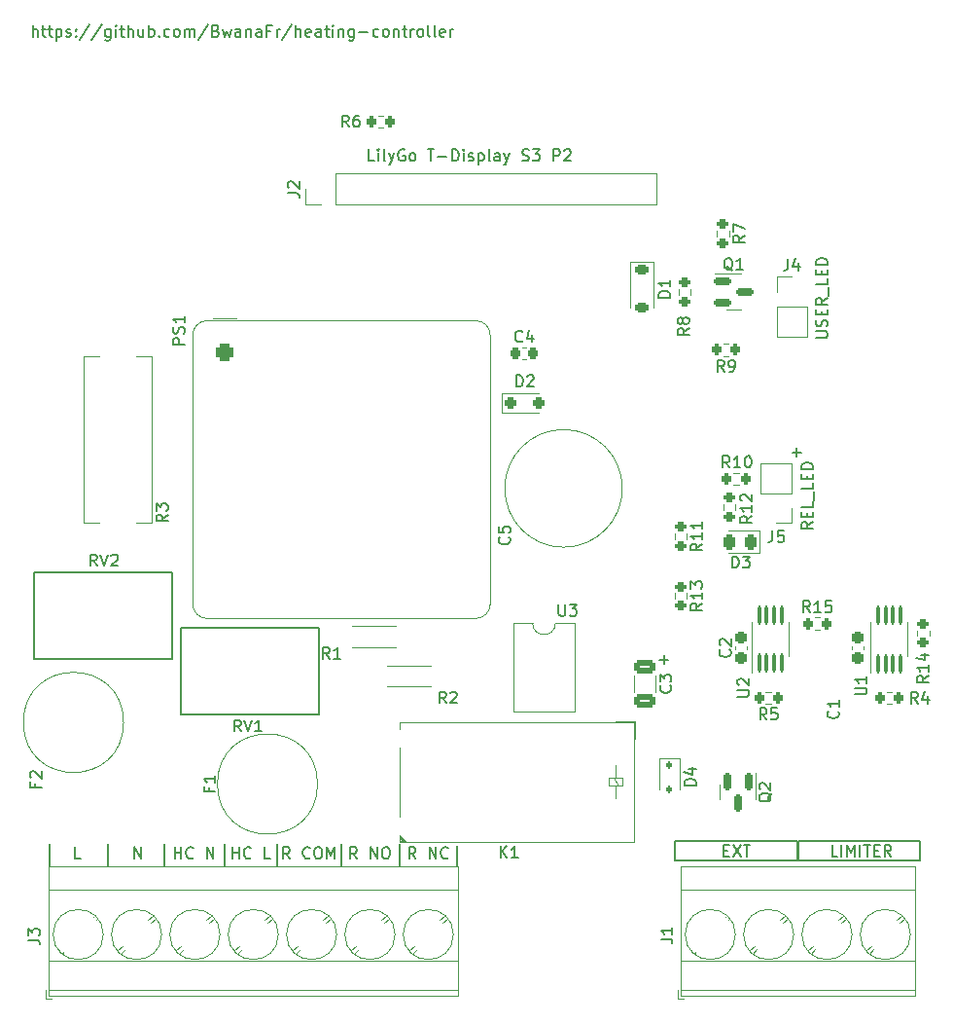
<source format=gto>
G04 #@! TF.GenerationSoftware,KiCad,Pcbnew,7.0.7*
G04 #@! TF.CreationDate,2023-09-27T11:51:15+02:00*
G04 #@! TF.ProjectId,heating-controller,68656174-696e-4672-9d63-6f6e74726f6c,rev?*
G04 #@! TF.SameCoordinates,Original*
G04 #@! TF.FileFunction,Legend,Top*
G04 #@! TF.FilePolarity,Positive*
%FSLAX46Y46*%
G04 Gerber Fmt 4.6, Leading zero omitted, Abs format (unit mm)*
G04 Created by KiCad (PCBNEW 7.0.7) date 2023-09-27 11:51:15*
%MOMM*%
%LPD*%
G01*
G04 APERTURE LIST*
G04 Aperture macros list*
%AMRoundRect*
0 Rectangle with rounded corners*
0 $1 Rounding radius*
0 $2 $3 $4 $5 $6 $7 $8 $9 X,Y pos of 4 corners*
0 Add a 4 corners polygon primitive as box body*
4,1,4,$2,$3,$4,$5,$6,$7,$8,$9,$2,$3,0*
0 Add four circle primitives for the rounded corners*
1,1,$1+$1,$2,$3*
1,1,$1+$1,$4,$5*
1,1,$1+$1,$6,$7*
1,1,$1+$1,$8,$9*
0 Add four rect primitives between the rounded corners*
20,1,$1+$1,$2,$3,$4,$5,0*
20,1,$1+$1,$4,$5,$6,$7,0*
20,1,$1+$1,$6,$7,$8,$9,0*
20,1,$1+$1,$8,$9,$2,$3,0*%
G04 Aperture macros list end*
%ADD10C,0.150000*%
%ADD11C,0.120000*%
%ADD12RoundRect,0.150000X-0.150000X0.587500X-0.150000X-0.587500X0.150000X-0.587500X0.150000X0.587500X0*%
%ADD13RoundRect,0.200000X-0.200000X-0.275000X0.200000X-0.275000X0.200000X0.275000X-0.200000X0.275000X0*%
%ADD14RoundRect,0.200000X-0.275000X0.200000X-0.275000X-0.200000X0.275000X-0.200000X0.275000X0.200000X0*%
%ADD15R,1.700000X1.700000*%
%ADD16O,1.700000X1.700000*%
%ADD17RoundRect,0.400000X-0.400000X-0.400000X0.400000X-0.400000X0.400000X0.400000X-0.400000X0.400000X0*%
%ADD18C,1.600000*%
%ADD19C,2.000000*%
%ADD20RoundRect,0.100000X0.100000X-0.712500X0.100000X0.712500X-0.100000X0.712500X-0.100000X-0.712500X0*%
%ADD21RoundRect,0.200000X0.275000X-0.200000X0.275000X0.200000X-0.275000X0.200000X-0.275000X-0.200000X0*%
%ADD22RoundRect,0.200000X0.200000X0.275000X-0.200000X0.275000X-0.200000X-0.275000X0.200000X-0.275000X0*%
%ADD23C,1.800000*%
%ADD24RoundRect,0.237500X-0.237500X0.300000X-0.237500X-0.300000X0.237500X-0.300000X0.237500X0.300000X0*%
%ADD25R,2.600000X2.600000*%
%ADD26C,2.600000*%
%ADD27RoundRect,0.243750X0.243750X0.456250X-0.243750X0.456250X-0.243750X-0.456250X0.243750X-0.456250X0*%
%ADD28RoundRect,0.250000X-0.650000X0.325000X-0.650000X-0.325000X0.650000X-0.325000X0.650000X0.325000X0*%
%ADD29RoundRect,0.225000X-0.375000X0.225000X-0.375000X-0.225000X0.375000X-0.225000X0.375000X0.225000X0*%
%ADD30RoundRect,0.150000X-0.587500X-0.150000X0.587500X-0.150000X0.587500X0.150000X-0.587500X0.150000X0*%
%ADD31C,2.200000*%
%ADD32R,1.800000X1.800000*%
%ADD33RoundRect,0.112500X-0.112500X0.187500X-0.112500X-0.187500X0.112500X-0.187500X0.112500X0.187500X0*%
%ADD34RoundRect,0.225000X-0.225000X-0.250000X0.225000X-0.250000X0.225000X0.250000X-0.225000X0.250000X0*%
%ADD35RoundRect,0.250000X-0.250000X-0.250000X0.250000X-0.250000X0.250000X0.250000X-0.250000X0.250000X0*%
%ADD36C,2.800000*%
%ADD37O,2.800000X2.800000*%
%ADD38C,1.400000*%
%ADD39O,1.400000X1.400000*%
%ADD40R,1.600000X1.600000*%
%ADD41O,1.600000X1.600000*%
G04 APERTURE END LIST*
D10*
X77700000Y-92400000D02*
X88300000Y-92400000D01*
X88300000Y-94100000D01*
X77700000Y-94100000D01*
X77700000Y-92400000D01*
X88400000Y-92400000D02*
X99000000Y-92400000D01*
X99000000Y-94100000D01*
X88400000Y-94100000D01*
X88400000Y-92400000D01*
X53700000Y-94500000D02*
X53700000Y-92710000D01*
X28300000Y-94500000D02*
X28300000Y-92710000D01*
X38500000Y-94500000D02*
X38500000Y-92710000D01*
X48600000Y-94500000D02*
X48600000Y-92710000D01*
X43000000Y-94495000D02*
X43000000Y-92705000D01*
X23200000Y-94495000D02*
X23200000Y-92705000D01*
X33200000Y-94500000D02*
X33200000Y-92710000D01*
X58700000Y-94590000D02*
X58700000Y-92800000D01*
X87899048Y-58623866D02*
X88660953Y-58623866D01*
X88280000Y-59004819D02*
X88280000Y-58242914D01*
X34109524Y-93954819D02*
X34109524Y-92954819D01*
X34109524Y-93431009D02*
X34680952Y-93431009D01*
X34680952Y-93954819D02*
X34680952Y-92954819D01*
X35728571Y-93859580D02*
X35680952Y-93907200D01*
X35680952Y-93907200D02*
X35538095Y-93954819D01*
X35538095Y-93954819D02*
X35442857Y-93954819D01*
X35442857Y-93954819D02*
X35300000Y-93907200D01*
X35300000Y-93907200D02*
X35204762Y-93811961D01*
X35204762Y-93811961D02*
X35157143Y-93716723D01*
X35157143Y-93716723D02*
X35109524Y-93526247D01*
X35109524Y-93526247D02*
X35109524Y-93383390D01*
X35109524Y-93383390D02*
X35157143Y-93192914D01*
X35157143Y-93192914D02*
X35204762Y-93097676D01*
X35204762Y-93097676D02*
X35300000Y-93002438D01*
X35300000Y-93002438D02*
X35442857Y-92954819D01*
X35442857Y-92954819D02*
X35538095Y-92954819D01*
X35538095Y-92954819D02*
X35680952Y-93002438D01*
X35680952Y-93002438D02*
X35728571Y-93050057D01*
X36919048Y-93954819D02*
X36919048Y-92954819D01*
X36919048Y-92954819D02*
X37490476Y-93954819D01*
X37490476Y-93954819D02*
X37490476Y-92954819D01*
X55104761Y-93954819D02*
X54771428Y-93478628D01*
X54533333Y-93954819D02*
X54533333Y-92954819D01*
X54533333Y-92954819D02*
X54914285Y-92954819D01*
X54914285Y-92954819D02*
X55009523Y-93002438D01*
X55009523Y-93002438D02*
X55057142Y-93050057D01*
X55057142Y-93050057D02*
X55104761Y-93145295D01*
X55104761Y-93145295D02*
X55104761Y-93288152D01*
X55104761Y-93288152D02*
X55057142Y-93383390D01*
X55057142Y-93383390D02*
X55009523Y-93431009D01*
X55009523Y-93431009D02*
X54914285Y-93478628D01*
X54914285Y-93478628D02*
X54533333Y-93478628D01*
X56295238Y-93954819D02*
X56295238Y-92954819D01*
X56295238Y-92954819D02*
X56866666Y-93954819D01*
X56866666Y-93954819D02*
X56866666Y-92954819D01*
X57914285Y-93859580D02*
X57866666Y-93907200D01*
X57866666Y-93907200D02*
X57723809Y-93954819D01*
X57723809Y-93954819D02*
X57628571Y-93954819D01*
X57628571Y-93954819D02*
X57485714Y-93907200D01*
X57485714Y-93907200D02*
X57390476Y-93811961D01*
X57390476Y-93811961D02*
X57342857Y-93716723D01*
X57342857Y-93716723D02*
X57295238Y-93526247D01*
X57295238Y-93526247D02*
X57295238Y-93383390D01*
X57295238Y-93383390D02*
X57342857Y-93192914D01*
X57342857Y-93192914D02*
X57390476Y-93097676D01*
X57390476Y-93097676D02*
X57485714Y-93002438D01*
X57485714Y-93002438D02*
X57628571Y-92954819D01*
X57628571Y-92954819D02*
X57723809Y-92954819D01*
X57723809Y-92954819D02*
X57866666Y-93002438D01*
X57866666Y-93002438D02*
X57914285Y-93050057D01*
X25909523Y-93954819D02*
X25433333Y-93954819D01*
X25433333Y-93954819D02*
X25433333Y-92954819D01*
X89674819Y-64675714D02*
X89198628Y-65009047D01*
X89674819Y-65247142D02*
X88674819Y-65247142D01*
X88674819Y-65247142D02*
X88674819Y-64866190D01*
X88674819Y-64866190D02*
X88722438Y-64770952D01*
X88722438Y-64770952D02*
X88770057Y-64723333D01*
X88770057Y-64723333D02*
X88865295Y-64675714D01*
X88865295Y-64675714D02*
X89008152Y-64675714D01*
X89008152Y-64675714D02*
X89103390Y-64723333D01*
X89103390Y-64723333D02*
X89151009Y-64770952D01*
X89151009Y-64770952D02*
X89198628Y-64866190D01*
X89198628Y-64866190D02*
X89198628Y-65247142D01*
X89151009Y-64247142D02*
X89151009Y-63913809D01*
X89674819Y-63770952D02*
X89674819Y-64247142D01*
X89674819Y-64247142D02*
X88674819Y-64247142D01*
X88674819Y-64247142D02*
X88674819Y-63770952D01*
X89674819Y-62866190D02*
X89674819Y-63342380D01*
X89674819Y-63342380D02*
X88674819Y-63342380D01*
X89770057Y-62770952D02*
X89770057Y-62009047D01*
X89674819Y-61294761D02*
X89674819Y-61770951D01*
X89674819Y-61770951D02*
X88674819Y-61770951D01*
X89151009Y-60961427D02*
X89151009Y-60628094D01*
X89674819Y-60485237D02*
X89674819Y-60961427D01*
X89674819Y-60961427D02*
X88674819Y-60961427D01*
X88674819Y-60961427D02*
X88674819Y-60485237D01*
X89674819Y-60056665D02*
X88674819Y-60056665D01*
X88674819Y-60056665D02*
X88674819Y-59818570D01*
X88674819Y-59818570D02*
X88722438Y-59675713D01*
X88722438Y-59675713D02*
X88817676Y-59580475D01*
X88817676Y-59580475D02*
X88912914Y-59532856D01*
X88912914Y-59532856D02*
X89103390Y-59485237D01*
X89103390Y-59485237D02*
X89246247Y-59485237D01*
X89246247Y-59485237D02*
X89436723Y-59532856D01*
X89436723Y-59532856D02*
X89531961Y-59580475D01*
X89531961Y-59580475D02*
X89627200Y-59675713D01*
X89627200Y-59675713D02*
X89674819Y-59818570D01*
X89674819Y-59818570D02*
X89674819Y-60056665D01*
X39128571Y-93954819D02*
X39128571Y-92954819D01*
X39128571Y-93431009D02*
X39699999Y-93431009D01*
X39699999Y-93954819D02*
X39699999Y-92954819D01*
X40747618Y-93859580D02*
X40699999Y-93907200D01*
X40699999Y-93907200D02*
X40557142Y-93954819D01*
X40557142Y-93954819D02*
X40461904Y-93954819D01*
X40461904Y-93954819D02*
X40319047Y-93907200D01*
X40319047Y-93907200D02*
X40223809Y-93811961D01*
X40223809Y-93811961D02*
X40176190Y-93716723D01*
X40176190Y-93716723D02*
X40128571Y-93526247D01*
X40128571Y-93526247D02*
X40128571Y-93383390D01*
X40128571Y-93383390D02*
X40176190Y-93192914D01*
X40176190Y-93192914D02*
X40223809Y-93097676D01*
X40223809Y-93097676D02*
X40319047Y-93002438D01*
X40319047Y-93002438D02*
X40461904Y-92954819D01*
X40461904Y-92954819D02*
X40557142Y-92954819D01*
X40557142Y-92954819D02*
X40699999Y-93002438D01*
X40699999Y-93002438D02*
X40747618Y-93050057D01*
X42414285Y-93954819D02*
X41938095Y-93954819D01*
X41938095Y-93954819D02*
X41938095Y-92954819D01*
X30614286Y-93954819D02*
X30614286Y-92954819D01*
X30614286Y-92954819D02*
X31185714Y-93954819D01*
X31185714Y-93954819D02*
X31185714Y-92954819D01*
X51514284Y-33254819D02*
X51038094Y-33254819D01*
X51038094Y-33254819D02*
X51038094Y-32254819D01*
X51847618Y-33254819D02*
X51847618Y-32588152D01*
X51847618Y-32254819D02*
X51799999Y-32302438D01*
X51799999Y-32302438D02*
X51847618Y-32350057D01*
X51847618Y-32350057D02*
X51895237Y-32302438D01*
X51895237Y-32302438D02*
X51847618Y-32254819D01*
X51847618Y-32254819D02*
X51847618Y-32350057D01*
X52466665Y-33254819D02*
X52371427Y-33207200D01*
X52371427Y-33207200D02*
X52323808Y-33111961D01*
X52323808Y-33111961D02*
X52323808Y-32254819D01*
X52752380Y-32588152D02*
X52990475Y-33254819D01*
X53228570Y-32588152D02*
X52990475Y-33254819D01*
X52990475Y-33254819D02*
X52895237Y-33492914D01*
X52895237Y-33492914D02*
X52847618Y-33540533D01*
X52847618Y-33540533D02*
X52752380Y-33588152D01*
X54133332Y-32302438D02*
X54038094Y-32254819D01*
X54038094Y-32254819D02*
X53895237Y-32254819D01*
X53895237Y-32254819D02*
X53752380Y-32302438D01*
X53752380Y-32302438D02*
X53657142Y-32397676D01*
X53657142Y-32397676D02*
X53609523Y-32492914D01*
X53609523Y-32492914D02*
X53561904Y-32683390D01*
X53561904Y-32683390D02*
X53561904Y-32826247D01*
X53561904Y-32826247D02*
X53609523Y-33016723D01*
X53609523Y-33016723D02*
X53657142Y-33111961D01*
X53657142Y-33111961D02*
X53752380Y-33207200D01*
X53752380Y-33207200D02*
X53895237Y-33254819D01*
X53895237Y-33254819D02*
X53990475Y-33254819D01*
X53990475Y-33254819D02*
X54133332Y-33207200D01*
X54133332Y-33207200D02*
X54180951Y-33159580D01*
X54180951Y-33159580D02*
X54180951Y-32826247D01*
X54180951Y-32826247D02*
X53990475Y-32826247D01*
X54752380Y-33254819D02*
X54657142Y-33207200D01*
X54657142Y-33207200D02*
X54609523Y-33159580D01*
X54609523Y-33159580D02*
X54561904Y-33064342D01*
X54561904Y-33064342D02*
X54561904Y-32778628D01*
X54561904Y-32778628D02*
X54609523Y-32683390D01*
X54609523Y-32683390D02*
X54657142Y-32635771D01*
X54657142Y-32635771D02*
X54752380Y-32588152D01*
X54752380Y-32588152D02*
X54895237Y-32588152D01*
X54895237Y-32588152D02*
X54990475Y-32635771D01*
X54990475Y-32635771D02*
X55038094Y-32683390D01*
X55038094Y-32683390D02*
X55085713Y-32778628D01*
X55085713Y-32778628D02*
X55085713Y-33064342D01*
X55085713Y-33064342D02*
X55038094Y-33159580D01*
X55038094Y-33159580D02*
X54990475Y-33207200D01*
X54990475Y-33207200D02*
X54895237Y-33254819D01*
X54895237Y-33254819D02*
X54752380Y-33254819D01*
X56133333Y-32254819D02*
X56704761Y-32254819D01*
X56419047Y-33254819D02*
X56419047Y-32254819D01*
X57038095Y-32873866D02*
X57800000Y-32873866D01*
X58276190Y-33254819D02*
X58276190Y-32254819D01*
X58276190Y-32254819D02*
X58514285Y-32254819D01*
X58514285Y-32254819D02*
X58657142Y-32302438D01*
X58657142Y-32302438D02*
X58752380Y-32397676D01*
X58752380Y-32397676D02*
X58799999Y-32492914D01*
X58799999Y-32492914D02*
X58847618Y-32683390D01*
X58847618Y-32683390D02*
X58847618Y-32826247D01*
X58847618Y-32826247D02*
X58799999Y-33016723D01*
X58799999Y-33016723D02*
X58752380Y-33111961D01*
X58752380Y-33111961D02*
X58657142Y-33207200D01*
X58657142Y-33207200D02*
X58514285Y-33254819D01*
X58514285Y-33254819D02*
X58276190Y-33254819D01*
X59276190Y-33254819D02*
X59276190Y-32588152D01*
X59276190Y-32254819D02*
X59228571Y-32302438D01*
X59228571Y-32302438D02*
X59276190Y-32350057D01*
X59276190Y-32350057D02*
X59323809Y-32302438D01*
X59323809Y-32302438D02*
X59276190Y-32254819D01*
X59276190Y-32254819D02*
X59276190Y-32350057D01*
X59704761Y-33207200D02*
X59799999Y-33254819D01*
X59799999Y-33254819D02*
X59990475Y-33254819D01*
X59990475Y-33254819D02*
X60085713Y-33207200D01*
X60085713Y-33207200D02*
X60133332Y-33111961D01*
X60133332Y-33111961D02*
X60133332Y-33064342D01*
X60133332Y-33064342D02*
X60085713Y-32969104D01*
X60085713Y-32969104D02*
X59990475Y-32921485D01*
X59990475Y-32921485D02*
X59847618Y-32921485D01*
X59847618Y-32921485D02*
X59752380Y-32873866D01*
X59752380Y-32873866D02*
X59704761Y-32778628D01*
X59704761Y-32778628D02*
X59704761Y-32731009D01*
X59704761Y-32731009D02*
X59752380Y-32635771D01*
X59752380Y-32635771D02*
X59847618Y-32588152D01*
X59847618Y-32588152D02*
X59990475Y-32588152D01*
X59990475Y-32588152D02*
X60085713Y-32635771D01*
X60561904Y-32588152D02*
X60561904Y-33588152D01*
X60561904Y-32635771D02*
X60657142Y-32588152D01*
X60657142Y-32588152D02*
X60847618Y-32588152D01*
X60847618Y-32588152D02*
X60942856Y-32635771D01*
X60942856Y-32635771D02*
X60990475Y-32683390D01*
X60990475Y-32683390D02*
X61038094Y-32778628D01*
X61038094Y-32778628D02*
X61038094Y-33064342D01*
X61038094Y-33064342D02*
X60990475Y-33159580D01*
X60990475Y-33159580D02*
X60942856Y-33207200D01*
X60942856Y-33207200D02*
X60847618Y-33254819D01*
X60847618Y-33254819D02*
X60657142Y-33254819D01*
X60657142Y-33254819D02*
X60561904Y-33207200D01*
X61609523Y-33254819D02*
X61514285Y-33207200D01*
X61514285Y-33207200D02*
X61466666Y-33111961D01*
X61466666Y-33111961D02*
X61466666Y-32254819D01*
X62419047Y-33254819D02*
X62419047Y-32731009D01*
X62419047Y-32731009D02*
X62371428Y-32635771D01*
X62371428Y-32635771D02*
X62276190Y-32588152D01*
X62276190Y-32588152D02*
X62085714Y-32588152D01*
X62085714Y-32588152D02*
X61990476Y-32635771D01*
X62419047Y-33207200D02*
X62323809Y-33254819D01*
X62323809Y-33254819D02*
X62085714Y-33254819D01*
X62085714Y-33254819D02*
X61990476Y-33207200D01*
X61990476Y-33207200D02*
X61942857Y-33111961D01*
X61942857Y-33111961D02*
X61942857Y-33016723D01*
X61942857Y-33016723D02*
X61990476Y-32921485D01*
X61990476Y-32921485D02*
X62085714Y-32873866D01*
X62085714Y-32873866D02*
X62323809Y-32873866D01*
X62323809Y-32873866D02*
X62419047Y-32826247D01*
X62800000Y-32588152D02*
X63038095Y-33254819D01*
X63276190Y-32588152D02*
X63038095Y-33254819D01*
X63038095Y-33254819D02*
X62942857Y-33492914D01*
X62942857Y-33492914D02*
X62895238Y-33540533D01*
X62895238Y-33540533D02*
X62800000Y-33588152D01*
X64371429Y-33207200D02*
X64514286Y-33254819D01*
X64514286Y-33254819D02*
X64752381Y-33254819D01*
X64752381Y-33254819D02*
X64847619Y-33207200D01*
X64847619Y-33207200D02*
X64895238Y-33159580D01*
X64895238Y-33159580D02*
X64942857Y-33064342D01*
X64942857Y-33064342D02*
X64942857Y-32969104D01*
X64942857Y-32969104D02*
X64895238Y-32873866D01*
X64895238Y-32873866D02*
X64847619Y-32826247D01*
X64847619Y-32826247D02*
X64752381Y-32778628D01*
X64752381Y-32778628D02*
X64561905Y-32731009D01*
X64561905Y-32731009D02*
X64466667Y-32683390D01*
X64466667Y-32683390D02*
X64419048Y-32635771D01*
X64419048Y-32635771D02*
X64371429Y-32540533D01*
X64371429Y-32540533D02*
X64371429Y-32445295D01*
X64371429Y-32445295D02*
X64419048Y-32350057D01*
X64419048Y-32350057D02*
X64466667Y-32302438D01*
X64466667Y-32302438D02*
X64561905Y-32254819D01*
X64561905Y-32254819D02*
X64800000Y-32254819D01*
X64800000Y-32254819D02*
X64942857Y-32302438D01*
X65276191Y-32254819D02*
X65895238Y-32254819D01*
X65895238Y-32254819D02*
X65561905Y-32635771D01*
X65561905Y-32635771D02*
X65704762Y-32635771D01*
X65704762Y-32635771D02*
X65800000Y-32683390D01*
X65800000Y-32683390D02*
X65847619Y-32731009D01*
X65847619Y-32731009D02*
X65895238Y-32826247D01*
X65895238Y-32826247D02*
X65895238Y-33064342D01*
X65895238Y-33064342D02*
X65847619Y-33159580D01*
X65847619Y-33159580D02*
X65800000Y-33207200D01*
X65800000Y-33207200D02*
X65704762Y-33254819D01*
X65704762Y-33254819D02*
X65419048Y-33254819D01*
X65419048Y-33254819D02*
X65323810Y-33207200D01*
X65323810Y-33207200D02*
X65276191Y-33159580D01*
X67085715Y-33254819D02*
X67085715Y-32254819D01*
X67085715Y-32254819D02*
X67466667Y-32254819D01*
X67466667Y-32254819D02*
X67561905Y-32302438D01*
X67561905Y-32302438D02*
X67609524Y-32350057D01*
X67609524Y-32350057D02*
X67657143Y-32445295D01*
X67657143Y-32445295D02*
X67657143Y-32588152D01*
X67657143Y-32588152D02*
X67609524Y-32683390D01*
X67609524Y-32683390D02*
X67561905Y-32731009D01*
X67561905Y-32731009D02*
X67466667Y-32778628D01*
X67466667Y-32778628D02*
X67085715Y-32778628D01*
X68038096Y-32350057D02*
X68085715Y-32302438D01*
X68085715Y-32302438D02*
X68180953Y-32254819D01*
X68180953Y-32254819D02*
X68419048Y-32254819D01*
X68419048Y-32254819D02*
X68514286Y-32302438D01*
X68514286Y-32302438D02*
X68561905Y-32350057D01*
X68561905Y-32350057D02*
X68609524Y-32445295D01*
X68609524Y-32445295D02*
X68609524Y-32540533D01*
X68609524Y-32540533D02*
X68561905Y-32683390D01*
X68561905Y-32683390D02*
X67990477Y-33254819D01*
X67990477Y-33254819D02*
X68609524Y-33254819D01*
X76334848Y-76663466D02*
X77096753Y-76663466D01*
X76715800Y-77044419D02*
X76715800Y-76282514D01*
X21761903Y-22454819D02*
X21761903Y-21454819D01*
X22190474Y-22454819D02*
X22190474Y-21931009D01*
X22190474Y-21931009D02*
X22142855Y-21835771D01*
X22142855Y-21835771D02*
X22047617Y-21788152D01*
X22047617Y-21788152D02*
X21904760Y-21788152D01*
X21904760Y-21788152D02*
X21809522Y-21835771D01*
X21809522Y-21835771D02*
X21761903Y-21883390D01*
X22523808Y-21788152D02*
X22904760Y-21788152D01*
X22666665Y-21454819D02*
X22666665Y-22311961D01*
X22666665Y-22311961D02*
X22714284Y-22407200D01*
X22714284Y-22407200D02*
X22809522Y-22454819D01*
X22809522Y-22454819D02*
X22904760Y-22454819D01*
X23095237Y-21788152D02*
X23476189Y-21788152D01*
X23238094Y-21454819D02*
X23238094Y-22311961D01*
X23238094Y-22311961D02*
X23285713Y-22407200D01*
X23285713Y-22407200D02*
X23380951Y-22454819D01*
X23380951Y-22454819D02*
X23476189Y-22454819D01*
X23809523Y-21788152D02*
X23809523Y-22788152D01*
X23809523Y-21835771D02*
X23904761Y-21788152D01*
X23904761Y-21788152D02*
X24095237Y-21788152D01*
X24095237Y-21788152D02*
X24190475Y-21835771D01*
X24190475Y-21835771D02*
X24238094Y-21883390D01*
X24238094Y-21883390D02*
X24285713Y-21978628D01*
X24285713Y-21978628D02*
X24285713Y-22264342D01*
X24285713Y-22264342D02*
X24238094Y-22359580D01*
X24238094Y-22359580D02*
X24190475Y-22407200D01*
X24190475Y-22407200D02*
X24095237Y-22454819D01*
X24095237Y-22454819D02*
X23904761Y-22454819D01*
X23904761Y-22454819D02*
X23809523Y-22407200D01*
X24666666Y-22407200D02*
X24761904Y-22454819D01*
X24761904Y-22454819D02*
X24952380Y-22454819D01*
X24952380Y-22454819D02*
X25047618Y-22407200D01*
X25047618Y-22407200D02*
X25095237Y-22311961D01*
X25095237Y-22311961D02*
X25095237Y-22264342D01*
X25095237Y-22264342D02*
X25047618Y-22169104D01*
X25047618Y-22169104D02*
X24952380Y-22121485D01*
X24952380Y-22121485D02*
X24809523Y-22121485D01*
X24809523Y-22121485D02*
X24714285Y-22073866D01*
X24714285Y-22073866D02*
X24666666Y-21978628D01*
X24666666Y-21978628D02*
X24666666Y-21931009D01*
X24666666Y-21931009D02*
X24714285Y-21835771D01*
X24714285Y-21835771D02*
X24809523Y-21788152D01*
X24809523Y-21788152D02*
X24952380Y-21788152D01*
X24952380Y-21788152D02*
X25047618Y-21835771D01*
X25523809Y-22359580D02*
X25571428Y-22407200D01*
X25571428Y-22407200D02*
X25523809Y-22454819D01*
X25523809Y-22454819D02*
X25476190Y-22407200D01*
X25476190Y-22407200D02*
X25523809Y-22359580D01*
X25523809Y-22359580D02*
X25523809Y-22454819D01*
X25523809Y-21835771D02*
X25571428Y-21883390D01*
X25571428Y-21883390D02*
X25523809Y-21931009D01*
X25523809Y-21931009D02*
X25476190Y-21883390D01*
X25476190Y-21883390D02*
X25523809Y-21835771D01*
X25523809Y-21835771D02*
X25523809Y-21931009D01*
X26714284Y-21407200D02*
X25857142Y-22692914D01*
X27761903Y-21407200D02*
X26904761Y-22692914D01*
X28523808Y-21788152D02*
X28523808Y-22597676D01*
X28523808Y-22597676D02*
X28476189Y-22692914D01*
X28476189Y-22692914D02*
X28428570Y-22740533D01*
X28428570Y-22740533D02*
X28333332Y-22788152D01*
X28333332Y-22788152D02*
X28190475Y-22788152D01*
X28190475Y-22788152D02*
X28095237Y-22740533D01*
X28523808Y-22407200D02*
X28428570Y-22454819D01*
X28428570Y-22454819D02*
X28238094Y-22454819D01*
X28238094Y-22454819D02*
X28142856Y-22407200D01*
X28142856Y-22407200D02*
X28095237Y-22359580D01*
X28095237Y-22359580D02*
X28047618Y-22264342D01*
X28047618Y-22264342D02*
X28047618Y-21978628D01*
X28047618Y-21978628D02*
X28095237Y-21883390D01*
X28095237Y-21883390D02*
X28142856Y-21835771D01*
X28142856Y-21835771D02*
X28238094Y-21788152D01*
X28238094Y-21788152D02*
X28428570Y-21788152D01*
X28428570Y-21788152D02*
X28523808Y-21835771D01*
X28999999Y-22454819D02*
X28999999Y-21788152D01*
X28999999Y-21454819D02*
X28952380Y-21502438D01*
X28952380Y-21502438D02*
X28999999Y-21550057D01*
X28999999Y-21550057D02*
X29047618Y-21502438D01*
X29047618Y-21502438D02*
X28999999Y-21454819D01*
X28999999Y-21454819D02*
X28999999Y-21550057D01*
X29333332Y-21788152D02*
X29714284Y-21788152D01*
X29476189Y-21454819D02*
X29476189Y-22311961D01*
X29476189Y-22311961D02*
X29523808Y-22407200D01*
X29523808Y-22407200D02*
X29619046Y-22454819D01*
X29619046Y-22454819D02*
X29714284Y-22454819D01*
X30047618Y-22454819D02*
X30047618Y-21454819D01*
X30476189Y-22454819D02*
X30476189Y-21931009D01*
X30476189Y-21931009D02*
X30428570Y-21835771D01*
X30428570Y-21835771D02*
X30333332Y-21788152D01*
X30333332Y-21788152D02*
X30190475Y-21788152D01*
X30190475Y-21788152D02*
X30095237Y-21835771D01*
X30095237Y-21835771D02*
X30047618Y-21883390D01*
X31380951Y-21788152D02*
X31380951Y-22454819D01*
X30952380Y-21788152D02*
X30952380Y-22311961D01*
X30952380Y-22311961D02*
X30999999Y-22407200D01*
X30999999Y-22407200D02*
X31095237Y-22454819D01*
X31095237Y-22454819D02*
X31238094Y-22454819D01*
X31238094Y-22454819D02*
X31333332Y-22407200D01*
X31333332Y-22407200D02*
X31380951Y-22359580D01*
X31857142Y-22454819D02*
X31857142Y-21454819D01*
X31857142Y-21835771D02*
X31952380Y-21788152D01*
X31952380Y-21788152D02*
X32142856Y-21788152D01*
X32142856Y-21788152D02*
X32238094Y-21835771D01*
X32238094Y-21835771D02*
X32285713Y-21883390D01*
X32285713Y-21883390D02*
X32333332Y-21978628D01*
X32333332Y-21978628D02*
X32333332Y-22264342D01*
X32333332Y-22264342D02*
X32285713Y-22359580D01*
X32285713Y-22359580D02*
X32238094Y-22407200D01*
X32238094Y-22407200D02*
X32142856Y-22454819D01*
X32142856Y-22454819D02*
X31952380Y-22454819D01*
X31952380Y-22454819D02*
X31857142Y-22407200D01*
X32761904Y-22359580D02*
X32809523Y-22407200D01*
X32809523Y-22407200D02*
X32761904Y-22454819D01*
X32761904Y-22454819D02*
X32714285Y-22407200D01*
X32714285Y-22407200D02*
X32761904Y-22359580D01*
X32761904Y-22359580D02*
X32761904Y-22454819D01*
X33666665Y-22407200D02*
X33571427Y-22454819D01*
X33571427Y-22454819D02*
X33380951Y-22454819D01*
X33380951Y-22454819D02*
X33285713Y-22407200D01*
X33285713Y-22407200D02*
X33238094Y-22359580D01*
X33238094Y-22359580D02*
X33190475Y-22264342D01*
X33190475Y-22264342D02*
X33190475Y-21978628D01*
X33190475Y-21978628D02*
X33238094Y-21883390D01*
X33238094Y-21883390D02*
X33285713Y-21835771D01*
X33285713Y-21835771D02*
X33380951Y-21788152D01*
X33380951Y-21788152D02*
X33571427Y-21788152D01*
X33571427Y-21788152D02*
X33666665Y-21835771D01*
X34238094Y-22454819D02*
X34142856Y-22407200D01*
X34142856Y-22407200D02*
X34095237Y-22359580D01*
X34095237Y-22359580D02*
X34047618Y-22264342D01*
X34047618Y-22264342D02*
X34047618Y-21978628D01*
X34047618Y-21978628D02*
X34095237Y-21883390D01*
X34095237Y-21883390D02*
X34142856Y-21835771D01*
X34142856Y-21835771D02*
X34238094Y-21788152D01*
X34238094Y-21788152D02*
X34380951Y-21788152D01*
X34380951Y-21788152D02*
X34476189Y-21835771D01*
X34476189Y-21835771D02*
X34523808Y-21883390D01*
X34523808Y-21883390D02*
X34571427Y-21978628D01*
X34571427Y-21978628D02*
X34571427Y-22264342D01*
X34571427Y-22264342D02*
X34523808Y-22359580D01*
X34523808Y-22359580D02*
X34476189Y-22407200D01*
X34476189Y-22407200D02*
X34380951Y-22454819D01*
X34380951Y-22454819D02*
X34238094Y-22454819D01*
X34999999Y-22454819D02*
X34999999Y-21788152D01*
X34999999Y-21883390D02*
X35047618Y-21835771D01*
X35047618Y-21835771D02*
X35142856Y-21788152D01*
X35142856Y-21788152D02*
X35285713Y-21788152D01*
X35285713Y-21788152D02*
X35380951Y-21835771D01*
X35380951Y-21835771D02*
X35428570Y-21931009D01*
X35428570Y-21931009D02*
X35428570Y-22454819D01*
X35428570Y-21931009D02*
X35476189Y-21835771D01*
X35476189Y-21835771D02*
X35571427Y-21788152D01*
X35571427Y-21788152D02*
X35714284Y-21788152D01*
X35714284Y-21788152D02*
X35809523Y-21835771D01*
X35809523Y-21835771D02*
X35857142Y-21931009D01*
X35857142Y-21931009D02*
X35857142Y-22454819D01*
X37047617Y-21407200D02*
X36190475Y-22692914D01*
X37714284Y-21931009D02*
X37857141Y-21978628D01*
X37857141Y-21978628D02*
X37904760Y-22026247D01*
X37904760Y-22026247D02*
X37952379Y-22121485D01*
X37952379Y-22121485D02*
X37952379Y-22264342D01*
X37952379Y-22264342D02*
X37904760Y-22359580D01*
X37904760Y-22359580D02*
X37857141Y-22407200D01*
X37857141Y-22407200D02*
X37761903Y-22454819D01*
X37761903Y-22454819D02*
X37380951Y-22454819D01*
X37380951Y-22454819D02*
X37380951Y-21454819D01*
X37380951Y-21454819D02*
X37714284Y-21454819D01*
X37714284Y-21454819D02*
X37809522Y-21502438D01*
X37809522Y-21502438D02*
X37857141Y-21550057D01*
X37857141Y-21550057D02*
X37904760Y-21645295D01*
X37904760Y-21645295D02*
X37904760Y-21740533D01*
X37904760Y-21740533D02*
X37857141Y-21835771D01*
X37857141Y-21835771D02*
X37809522Y-21883390D01*
X37809522Y-21883390D02*
X37714284Y-21931009D01*
X37714284Y-21931009D02*
X37380951Y-21931009D01*
X38285713Y-21788152D02*
X38476189Y-22454819D01*
X38476189Y-22454819D02*
X38666665Y-21978628D01*
X38666665Y-21978628D02*
X38857141Y-22454819D01*
X38857141Y-22454819D02*
X39047617Y-21788152D01*
X39857141Y-22454819D02*
X39857141Y-21931009D01*
X39857141Y-21931009D02*
X39809522Y-21835771D01*
X39809522Y-21835771D02*
X39714284Y-21788152D01*
X39714284Y-21788152D02*
X39523808Y-21788152D01*
X39523808Y-21788152D02*
X39428570Y-21835771D01*
X39857141Y-22407200D02*
X39761903Y-22454819D01*
X39761903Y-22454819D02*
X39523808Y-22454819D01*
X39523808Y-22454819D02*
X39428570Y-22407200D01*
X39428570Y-22407200D02*
X39380951Y-22311961D01*
X39380951Y-22311961D02*
X39380951Y-22216723D01*
X39380951Y-22216723D02*
X39428570Y-22121485D01*
X39428570Y-22121485D02*
X39523808Y-22073866D01*
X39523808Y-22073866D02*
X39761903Y-22073866D01*
X39761903Y-22073866D02*
X39857141Y-22026247D01*
X40333332Y-21788152D02*
X40333332Y-22454819D01*
X40333332Y-21883390D02*
X40380951Y-21835771D01*
X40380951Y-21835771D02*
X40476189Y-21788152D01*
X40476189Y-21788152D02*
X40619046Y-21788152D01*
X40619046Y-21788152D02*
X40714284Y-21835771D01*
X40714284Y-21835771D02*
X40761903Y-21931009D01*
X40761903Y-21931009D02*
X40761903Y-22454819D01*
X41666665Y-22454819D02*
X41666665Y-21931009D01*
X41666665Y-21931009D02*
X41619046Y-21835771D01*
X41619046Y-21835771D02*
X41523808Y-21788152D01*
X41523808Y-21788152D02*
X41333332Y-21788152D01*
X41333332Y-21788152D02*
X41238094Y-21835771D01*
X41666665Y-22407200D02*
X41571427Y-22454819D01*
X41571427Y-22454819D02*
X41333332Y-22454819D01*
X41333332Y-22454819D02*
X41238094Y-22407200D01*
X41238094Y-22407200D02*
X41190475Y-22311961D01*
X41190475Y-22311961D02*
X41190475Y-22216723D01*
X41190475Y-22216723D02*
X41238094Y-22121485D01*
X41238094Y-22121485D02*
X41333332Y-22073866D01*
X41333332Y-22073866D02*
X41571427Y-22073866D01*
X41571427Y-22073866D02*
X41666665Y-22026247D01*
X42476189Y-21931009D02*
X42142856Y-21931009D01*
X42142856Y-22454819D02*
X42142856Y-21454819D01*
X42142856Y-21454819D02*
X42619046Y-21454819D01*
X42999999Y-22454819D02*
X42999999Y-21788152D01*
X42999999Y-21978628D02*
X43047618Y-21883390D01*
X43047618Y-21883390D02*
X43095237Y-21835771D01*
X43095237Y-21835771D02*
X43190475Y-21788152D01*
X43190475Y-21788152D02*
X43285713Y-21788152D01*
X44333332Y-21407200D02*
X43476190Y-22692914D01*
X44666666Y-22454819D02*
X44666666Y-21454819D01*
X45095237Y-22454819D02*
X45095237Y-21931009D01*
X45095237Y-21931009D02*
X45047618Y-21835771D01*
X45047618Y-21835771D02*
X44952380Y-21788152D01*
X44952380Y-21788152D02*
X44809523Y-21788152D01*
X44809523Y-21788152D02*
X44714285Y-21835771D01*
X44714285Y-21835771D02*
X44666666Y-21883390D01*
X45952380Y-22407200D02*
X45857142Y-22454819D01*
X45857142Y-22454819D02*
X45666666Y-22454819D01*
X45666666Y-22454819D02*
X45571428Y-22407200D01*
X45571428Y-22407200D02*
X45523809Y-22311961D01*
X45523809Y-22311961D02*
X45523809Y-21931009D01*
X45523809Y-21931009D02*
X45571428Y-21835771D01*
X45571428Y-21835771D02*
X45666666Y-21788152D01*
X45666666Y-21788152D02*
X45857142Y-21788152D01*
X45857142Y-21788152D02*
X45952380Y-21835771D01*
X45952380Y-21835771D02*
X45999999Y-21931009D01*
X45999999Y-21931009D02*
X45999999Y-22026247D01*
X45999999Y-22026247D02*
X45523809Y-22121485D01*
X46857142Y-22454819D02*
X46857142Y-21931009D01*
X46857142Y-21931009D02*
X46809523Y-21835771D01*
X46809523Y-21835771D02*
X46714285Y-21788152D01*
X46714285Y-21788152D02*
X46523809Y-21788152D01*
X46523809Y-21788152D02*
X46428571Y-21835771D01*
X46857142Y-22407200D02*
X46761904Y-22454819D01*
X46761904Y-22454819D02*
X46523809Y-22454819D01*
X46523809Y-22454819D02*
X46428571Y-22407200D01*
X46428571Y-22407200D02*
X46380952Y-22311961D01*
X46380952Y-22311961D02*
X46380952Y-22216723D01*
X46380952Y-22216723D02*
X46428571Y-22121485D01*
X46428571Y-22121485D02*
X46523809Y-22073866D01*
X46523809Y-22073866D02*
X46761904Y-22073866D01*
X46761904Y-22073866D02*
X46857142Y-22026247D01*
X47190476Y-21788152D02*
X47571428Y-21788152D01*
X47333333Y-21454819D02*
X47333333Y-22311961D01*
X47333333Y-22311961D02*
X47380952Y-22407200D01*
X47380952Y-22407200D02*
X47476190Y-22454819D01*
X47476190Y-22454819D02*
X47571428Y-22454819D01*
X47904762Y-22454819D02*
X47904762Y-21788152D01*
X47904762Y-21454819D02*
X47857143Y-21502438D01*
X47857143Y-21502438D02*
X47904762Y-21550057D01*
X47904762Y-21550057D02*
X47952381Y-21502438D01*
X47952381Y-21502438D02*
X47904762Y-21454819D01*
X47904762Y-21454819D02*
X47904762Y-21550057D01*
X48380952Y-21788152D02*
X48380952Y-22454819D01*
X48380952Y-21883390D02*
X48428571Y-21835771D01*
X48428571Y-21835771D02*
X48523809Y-21788152D01*
X48523809Y-21788152D02*
X48666666Y-21788152D01*
X48666666Y-21788152D02*
X48761904Y-21835771D01*
X48761904Y-21835771D02*
X48809523Y-21931009D01*
X48809523Y-21931009D02*
X48809523Y-22454819D01*
X49714285Y-21788152D02*
X49714285Y-22597676D01*
X49714285Y-22597676D02*
X49666666Y-22692914D01*
X49666666Y-22692914D02*
X49619047Y-22740533D01*
X49619047Y-22740533D02*
X49523809Y-22788152D01*
X49523809Y-22788152D02*
X49380952Y-22788152D01*
X49380952Y-22788152D02*
X49285714Y-22740533D01*
X49714285Y-22407200D02*
X49619047Y-22454819D01*
X49619047Y-22454819D02*
X49428571Y-22454819D01*
X49428571Y-22454819D02*
X49333333Y-22407200D01*
X49333333Y-22407200D02*
X49285714Y-22359580D01*
X49285714Y-22359580D02*
X49238095Y-22264342D01*
X49238095Y-22264342D02*
X49238095Y-21978628D01*
X49238095Y-21978628D02*
X49285714Y-21883390D01*
X49285714Y-21883390D02*
X49333333Y-21835771D01*
X49333333Y-21835771D02*
X49428571Y-21788152D01*
X49428571Y-21788152D02*
X49619047Y-21788152D01*
X49619047Y-21788152D02*
X49714285Y-21835771D01*
X50190476Y-22073866D02*
X50952381Y-22073866D01*
X51857142Y-22407200D02*
X51761904Y-22454819D01*
X51761904Y-22454819D02*
X51571428Y-22454819D01*
X51571428Y-22454819D02*
X51476190Y-22407200D01*
X51476190Y-22407200D02*
X51428571Y-22359580D01*
X51428571Y-22359580D02*
X51380952Y-22264342D01*
X51380952Y-22264342D02*
X51380952Y-21978628D01*
X51380952Y-21978628D02*
X51428571Y-21883390D01*
X51428571Y-21883390D02*
X51476190Y-21835771D01*
X51476190Y-21835771D02*
X51571428Y-21788152D01*
X51571428Y-21788152D02*
X51761904Y-21788152D01*
X51761904Y-21788152D02*
X51857142Y-21835771D01*
X52428571Y-22454819D02*
X52333333Y-22407200D01*
X52333333Y-22407200D02*
X52285714Y-22359580D01*
X52285714Y-22359580D02*
X52238095Y-22264342D01*
X52238095Y-22264342D02*
X52238095Y-21978628D01*
X52238095Y-21978628D02*
X52285714Y-21883390D01*
X52285714Y-21883390D02*
X52333333Y-21835771D01*
X52333333Y-21835771D02*
X52428571Y-21788152D01*
X52428571Y-21788152D02*
X52571428Y-21788152D01*
X52571428Y-21788152D02*
X52666666Y-21835771D01*
X52666666Y-21835771D02*
X52714285Y-21883390D01*
X52714285Y-21883390D02*
X52761904Y-21978628D01*
X52761904Y-21978628D02*
X52761904Y-22264342D01*
X52761904Y-22264342D02*
X52714285Y-22359580D01*
X52714285Y-22359580D02*
X52666666Y-22407200D01*
X52666666Y-22407200D02*
X52571428Y-22454819D01*
X52571428Y-22454819D02*
X52428571Y-22454819D01*
X53190476Y-21788152D02*
X53190476Y-22454819D01*
X53190476Y-21883390D02*
X53238095Y-21835771D01*
X53238095Y-21835771D02*
X53333333Y-21788152D01*
X53333333Y-21788152D02*
X53476190Y-21788152D01*
X53476190Y-21788152D02*
X53571428Y-21835771D01*
X53571428Y-21835771D02*
X53619047Y-21931009D01*
X53619047Y-21931009D02*
X53619047Y-22454819D01*
X53952381Y-21788152D02*
X54333333Y-21788152D01*
X54095238Y-21454819D02*
X54095238Y-22311961D01*
X54095238Y-22311961D02*
X54142857Y-22407200D01*
X54142857Y-22407200D02*
X54238095Y-22454819D01*
X54238095Y-22454819D02*
X54333333Y-22454819D01*
X54666667Y-22454819D02*
X54666667Y-21788152D01*
X54666667Y-21978628D02*
X54714286Y-21883390D01*
X54714286Y-21883390D02*
X54761905Y-21835771D01*
X54761905Y-21835771D02*
X54857143Y-21788152D01*
X54857143Y-21788152D02*
X54952381Y-21788152D01*
X55428572Y-22454819D02*
X55333334Y-22407200D01*
X55333334Y-22407200D02*
X55285715Y-22359580D01*
X55285715Y-22359580D02*
X55238096Y-22264342D01*
X55238096Y-22264342D02*
X55238096Y-21978628D01*
X55238096Y-21978628D02*
X55285715Y-21883390D01*
X55285715Y-21883390D02*
X55333334Y-21835771D01*
X55333334Y-21835771D02*
X55428572Y-21788152D01*
X55428572Y-21788152D02*
X55571429Y-21788152D01*
X55571429Y-21788152D02*
X55666667Y-21835771D01*
X55666667Y-21835771D02*
X55714286Y-21883390D01*
X55714286Y-21883390D02*
X55761905Y-21978628D01*
X55761905Y-21978628D02*
X55761905Y-22264342D01*
X55761905Y-22264342D02*
X55714286Y-22359580D01*
X55714286Y-22359580D02*
X55666667Y-22407200D01*
X55666667Y-22407200D02*
X55571429Y-22454819D01*
X55571429Y-22454819D02*
X55428572Y-22454819D01*
X56333334Y-22454819D02*
X56238096Y-22407200D01*
X56238096Y-22407200D02*
X56190477Y-22311961D01*
X56190477Y-22311961D02*
X56190477Y-21454819D01*
X56857144Y-22454819D02*
X56761906Y-22407200D01*
X56761906Y-22407200D02*
X56714287Y-22311961D01*
X56714287Y-22311961D02*
X56714287Y-21454819D01*
X57619049Y-22407200D02*
X57523811Y-22454819D01*
X57523811Y-22454819D02*
X57333335Y-22454819D01*
X57333335Y-22454819D02*
X57238097Y-22407200D01*
X57238097Y-22407200D02*
X57190478Y-22311961D01*
X57190478Y-22311961D02*
X57190478Y-21931009D01*
X57190478Y-21931009D02*
X57238097Y-21835771D01*
X57238097Y-21835771D02*
X57333335Y-21788152D01*
X57333335Y-21788152D02*
X57523811Y-21788152D01*
X57523811Y-21788152D02*
X57619049Y-21835771D01*
X57619049Y-21835771D02*
X57666668Y-21931009D01*
X57666668Y-21931009D02*
X57666668Y-22026247D01*
X57666668Y-22026247D02*
X57190478Y-22121485D01*
X58095240Y-22454819D02*
X58095240Y-21788152D01*
X58095240Y-21978628D02*
X58142859Y-21883390D01*
X58142859Y-21883390D02*
X58190478Y-21835771D01*
X58190478Y-21835771D02*
X58285716Y-21788152D01*
X58285716Y-21788152D02*
X58380954Y-21788152D01*
X49980952Y-93954819D02*
X49647619Y-93478628D01*
X49409524Y-93954819D02*
X49409524Y-92954819D01*
X49409524Y-92954819D02*
X49790476Y-92954819D01*
X49790476Y-92954819D02*
X49885714Y-93002438D01*
X49885714Y-93002438D02*
X49933333Y-93050057D01*
X49933333Y-93050057D02*
X49980952Y-93145295D01*
X49980952Y-93145295D02*
X49980952Y-93288152D01*
X49980952Y-93288152D02*
X49933333Y-93383390D01*
X49933333Y-93383390D02*
X49885714Y-93431009D01*
X49885714Y-93431009D02*
X49790476Y-93478628D01*
X49790476Y-93478628D02*
X49409524Y-93478628D01*
X51171429Y-93954819D02*
X51171429Y-92954819D01*
X51171429Y-92954819D02*
X51742857Y-93954819D01*
X51742857Y-93954819D02*
X51742857Y-92954819D01*
X52409524Y-92954819D02*
X52600000Y-92954819D01*
X52600000Y-92954819D02*
X52695238Y-93002438D01*
X52695238Y-93002438D02*
X52790476Y-93097676D01*
X52790476Y-93097676D02*
X52838095Y-93288152D01*
X52838095Y-93288152D02*
X52838095Y-93621485D01*
X52838095Y-93621485D02*
X52790476Y-93811961D01*
X52790476Y-93811961D02*
X52695238Y-93907200D01*
X52695238Y-93907200D02*
X52600000Y-93954819D01*
X52600000Y-93954819D02*
X52409524Y-93954819D01*
X52409524Y-93954819D02*
X52314286Y-93907200D01*
X52314286Y-93907200D02*
X52219048Y-93811961D01*
X52219048Y-93811961D02*
X52171429Y-93621485D01*
X52171429Y-93621485D02*
X52171429Y-93288152D01*
X52171429Y-93288152D02*
X52219048Y-93097676D01*
X52219048Y-93097676D02*
X52314286Y-93002438D01*
X52314286Y-93002438D02*
X52409524Y-92954819D01*
X89954819Y-48652380D02*
X90764342Y-48652380D01*
X90764342Y-48652380D02*
X90859580Y-48604761D01*
X90859580Y-48604761D02*
X90907200Y-48557142D01*
X90907200Y-48557142D02*
X90954819Y-48461904D01*
X90954819Y-48461904D02*
X90954819Y-48271428D01*
X90954819Y-48271428D02*
X90907200Y-48176190D01*
X90907200Y-48176190D02*
X90859580Y-48128571D01*
X90859580Y-48128571D02*
X90764342Y-48080952D01*
X90764342Y-48080952D02*
X89954819Y-48080952D01*
X90907200Y-47652380D02*
X90954819Y-47509523D01*
X90954819Y-47509523D02*
X90954819Y-47271428D01*
X90954819Y-47271428D02*
X90907200Y-47176190D01*
X90907200Y-47176190D02*
X90859580Y-47128571D01*
X90859580Y-47128571D02*
X90764342Y-47080952D01*
X90764342Y-47080952D02*
X90669104Y-47080952D01*
X90669104Y-47080952D02*
X90573866Y-47128571D01*
X90573866Y-47128571D02*
X90526247Y-47176190D01*
X90526247Y-47176190D02*
X90478628Y-47271428D01*
X90478628Y-47271428D02*
X90431009Y-47461904D01*
X90431009Y-47461904D02*
X90383390Y-47557142D01*
X90383390Y-47557142D02*
X90335771Y-47604761D01*
X90335771Y-47604761D02*
X90240533Y-47652380D01*
X90240533Y-47652380D02*
X90145295Y-47652380D01*
X90145295Y-47652380D02*
X90050057Y-47604761D01*
X90050057Y-47604761D02*
X90002438Y-47557142D01*
X90002438Y-47557142D02*
X89954819Y-47461904D01*
X89954819Y-47461904D02*
X89954819Y-47223809D01*
X89954819Y-47223809D02*
X90002438Y-47080952D01*
X90431009Y-46652380D02*
X90431009Y-46319047D01*
X90954819Y-46176190D02*
X90954819Y-46652380D01*
X90954819Y-46652380D02*
X89954819Y-46652380D01*
X89954819Y-46652380D02*
X89954819Y-46176190D01*
X90954819Y-45176190D02*
X90478628Y-45509523D01*
X90954819Y-45747618D02*
X89954819Y-45747618D01*
X89954819Y-45747618D02*
X89954819Y-45366666D01*
X89954819Y-45366666D02*
X90002438Y-45271428D01*
X90002438Y-45271428D02*
X90050057Y-45223809D01*
X90050057Y-45223809D02*
X90145295Y-45176190D01*
X90145295Y-45176190D02*
X90288152Y-45176190D01*
X90288152Y-45176190D02*
X90383390Y-45223809D01*
X90383390Y-45223809D02*
X90431009Y-45271428D01*
X90431009Y-45271428D02*
X90478628Y-45366666D01*
X90478628Y-45366666D02*
X90478628Y-45747618D01*
X91050057Y-44985714D02*
X91050057Y-44223809D01*
X90954819Y-43509523D02*
X90954819Y-43985713D01*
X90954819Y-43985713D02*
X89954819Y-43985713D01*
X90431009Y-43176189D02*
X90431009Y-42842856D01*
X90954819Y-42699999D02*
X90954819Y-43176189D01*
X90954819Y-43176189D02*
X89954819Y-43176189D01*
X89954819Y-43176189D02*
X89954819Y-42699999D01*
X90954819Y-42271427D02*
X89954819Y-42271427D01*
X89954819Y-42271427D02*
X89954819Y-42033332D01*
X89954819Y-42033332D02*
X90002438Y-41890475D01*
X90002438Y-41890475D02*
X90097676Y-41795237D01*
X90097676Y-41795237D02*
X90192914Y-41747618D01*
X90192914Y-41747618D02*
X90383390Y-41699999D01*
X90383390Y-41699999D02*
X90526247Y-41699999D01*
X90526247Y-41699999D02*
X90716723Y-41747618D01*
X90716723Y-41747618D02*
X90811961Y-41795237D01*
X90811961Y-41795237D02*
X90907200Y-41890475D01*
X90907200Y-41890475D02*
X90954819Y-42033332D01*
X90954819Y-42033332D02*
X90954819Y-42271427D01*
X44133333Y-93954819D02*
X43800000Y-93478628D01*
X43561905Y-93954819D02*
X43561905Y-92954819D01*
X43561905Y-92954819D02*
X43942857Y-92954819D01*
X43942857Y-92954819D02*
X44038095Y-93002438D01*
X44038095Y-93002438D02*
X44085714Y-93050057D01*
X44085714Y-93050057D02*
X44133333Y-93145295D01*
X44133333Y-93145295D02*
X44133333Y-93288152D01*
X44133333Y-93288152D02*
X44085714Y-93383390D01*
X44085714Y-93383390D02*
X44038095Y-93431009D01*
X44038095Y-93431009D02*
X43942857Y-93478628D01*
X43942857Y-93478628D02*
X43561905Y-93478628D01*
X45895238Y-93859580D02*
X45847619Y-93907200D01*
X45847619Y-93907200D02*
X45704762Y-93954819D01*
X45704762Y-93954819D02*
X45609524Y-93954819D01*
X45609524Y-93954819D02*
X45466667Y-93907200D01*
X45466667Y-93907200D02*
X45371429Y-93811961D01*
X45371429Y-93811961D02*
X45323810Y-93716723D01*
X45323810Y-93716723D02*
X45276191Y-93526247D01*
X45276191Y-93526247D02*
X45276191Y-93383390D01*
X45276191Y-93383390D02*
X45323810Y-93192914D01*
X45323810Y-93192914D02*
X45371429Y-93097676D01*
X45371429Y-93097676D02*
X45466667Y-93002438D01*
X45466667Y-93002438D02*
X45609524Y-92954819D01*
X45609524Y-92954819D02*
X45704762Y-92954819D01*
X45704762Y-92954819D02*
X45847619Y-93002438D01*
X45847619Y-93002438D02*
X45895238Y-93050057D01*
X46514286Y-92954819D02*
X46704762Y-92954819D01*
X46704762Y-92954819D02*
X46800000Y-93002438D01*
X46800000Y-93002438D02*
X46895238Y-93097676D01*
X46895238Y-93097676D02*
X46942857Y-93288152D01*
X46942857Y-93288152D02*
X46942857Y-93621485D01*
X46942857Y-93621485D02*
X46895238Y-93811961D01*
X46895238Y-93811961D02*
X46800000Y-93907200D01*
X46800000Y-93907200D02*
X46704762Y-93954819D01*
X46704762Y-93954819D02*
X46514286Y-93954819D01*
X46514286Y-93954819D02*
X46419048Y-93907200D01*
X46419048Y-93907200D02*
X46323810Y-93811961D01*
X46323810Y-93811961D02*
X46276191Y-93621485D01*
X46276191Y-93621485D02*
X46276191Y-93288152D01*
X46276191Y-93288152D02*
X46323810Y-93097676D01*
X46323810Y-93097676D02*
X46419048Y-93002438D01*
X46419048Y-93002438D02*
X46514286Y-92954819D01*
X47371429Y-93954819D02*
X47371429Y-92954819D01*
X47371429Y-92954819D02*
X47704762Y-93669104D01*
X47704762Y-93669104D02*
X48038095Y-92954819D01*
X48038095Y-92954819D02*
X48038095Y-93954819D01*
X91828571Y-93754819D02*
X91352381Y-93754819D01*
X91352381Y-93754819D02*
X91352381Y-92754819D01*
X92161905Y-93754819D02*
X92161905Y-92754819D01*
X92638095Y-93754819D02*
X92638095Y-92754819D01*
X92638095Y-92754819D02*
X92971428Y-93469104D01*
X92971428Y-93469104D02*
X93304761Y-92754819D01*
X93304761Y-92754819D02*
X93304761Y-93754819D01*
X93780952Y-93754819D02*
X93780952Y-92754819D01*
X94114285Y-92754819D02*
X94685713Y-92754819D01*
X94399999Y-93754819D02*
X94399999Y-92754819D01*
X95019047Y-93231009D02*
X95352380Y-93231009D01*
X95495237Y-93754819D02*
X95019047Y-93754819D01*
X95019047Y-93754819D02*
X95019047Y-92754819D01*
X95019047Y-92754819D02*
X95495237Y-92754819D01*
X96495237Y-93754819D02*
X96161904Y-93278628D01*
X95923809Y-93754819D02*
X95923809Y-92754819D01*
X95923809Y-92754819D02*
X96304761Y-92754819D01*
X96304761Y-92754819D02*
X96399999Y-92802438D01*
X96399999Y-92802438D02*
X96447618Y-92850057D01*
X96447618Y-92850057D02*
X96495237Y-92945295D01*
X96495237Y-92945295D02*
X96495237Y-93088152D01*
X96495237Y-93088152D02*
X96447618Y-93183390D01*
X96447618Y-93183390D02*
X96399999Y-93231009D01*
X96399999Y-93231009D02*
X96304761Y-93278628D01*
X96304761Y-93278628D02*
X95923809Y-93278628D01*
X81928571Y-93231009D02*
X82261904Y-93231009D01*
X82404761Y-93754819D02*
X81928571Y-93754819D01*
X81928571Y-93754819D02*
X81928571Y-92754819D01*
X81928571Y-92754819D02*
X82404761Y-92754819D01*
X82738095Y-92754819D02*
X83404761Y-93754819D01*
X83404761Y-92754819D02*
X82738095Y-93754819D01*
X83642857Y-92754819D02*
X84214285Y-92754819D01*
X83928571Y-93754819D02*
X83928571Y-92754819D01*
X86100057Y-88257738D02*
X86052438Y-88352976D01*
X86052438Y-88352976D02*
X85957200Y-88448214D01*
X85957200Y-88448214D02*
X85814342Y-88591071D01*
X85814342Y-88591071D02*
X85766723Y-88686309D01*
X85766723Y-88686309D02*
X85766723Y-88781547D01*
X86004819Y-88733928D02*
X85957200Y-88829166D01*
X85957200Y-88829166D02*
X85861961Y-88924404D01*
X85861961Y-88924404D02*
X85671485Y-88972023D01*
X85671485Y-88972023D02*
X85338152Y-88972023D01*
X85338152Y-88972023D02*
X85147676Y-88924404D01*
X85147676Y-88924404D02*
X85052438Y-88829166D01*
X85052438Y-88829166D02*
X85004819Y-88733928D01*
X85004819Y-88733928D02*
X85004819Y-88543452D01*
X85004819Y-88543452D02*
X85052438Y-88448214D01*
X85052438Y-88448214D02*
X85147676Y-88352976D01*
X85147676Y-88352976D02*
X85338152Y-88305357D01*
X85338152Y-88305357D02*
X85671485Y-88305357D01*
X85671485Y-88305357D02*
X85861961Y-88352976D01*
X85861961Y-88352976D02*
X85957200Y-88448214D01*
X85957200Y-88448214D02*
X86004819Y-88543452D01*
X86004819Y-88543452D02*
X86004819Y-88733928D01*
X85100057Y-87924404D02*
X85052438Y-87876785D01*
X85052438Y-87876785D02*
X85004819Y-87781547D01*
X85004819Y-87781547D02*
X85004819Y-87543452D01*
X85004819Y-87543452D02*
X85052438Y-87448214D01*
X85052438Y-87448214D02*
X85100057Y-87400595D01*
X85100057Y-87400595D02*
X85195295Y-87352976D01*
X85195295Y-87352976D02*
X85290533Y-87352976D01*
X85290533Y-87352976D02*
X85433390Y-87400595D01*
X85433390Y-87400595D02*
X86004819Y-87972023D01*
X86004819Y-87972023D02*
X86004819Y-87352976D01*
X89432142Y-72524819D02*
X89098809Y-72048628D01*
X88860714Y-72524819D02*
X88860714Y-71524819D01*
X88860714Y-71524819D02*
X89241666Y-71524819D01*
X89241666Y-71524819D02*
X89336904Y-71572438D01*
X89336904Y-71572438D02*
X89384523Y-71620057D01*
X89384523Y-71620057D02*
X89432142Y-71715295D01*
X89432142Y-71715295D02*
X89432142Y-71858152D01*
X89432142Y-71858152D02*
X89384523Y-71953390D01*
X89384523Y-71953390D02*
X89336904Y-72001009D01*
X89336904Y-72001009D02*
X89241666Y-72048628D01*
X89241666Y-72048628D02*
X88860714Y-72048628D01*
X90384523Y-72524819D02*
X89813095Y-72524819D01*
X90098809Y-72524819D02*
X90098809Y-71524819D01*
X90098809Y-71524819D02*
X90003571Y-71667676D01*
X90003571Y-71667676D02*
X89908333Y-71762914D01*
X89908333Y-71762914D02*
X89813095Y-71810533D01*
X91289285Y-71524819D02*
X90813095Y-71524819D01*
X90813095Y-71524819D02*
X90765476Y-72001009D01*
X90765476Y-72001009D02*
X90813095Y-71953390D01*
X90813095Y-71953390D02*
X90908333Y-71905771D01*
X90908333Y-71905771D02*
X91146428Y-71905771D01*
X91146428Y-71905771D02*
X91241666Y-71953390D01*
X91241666Y-71953390D02*
X91289285Y-72001009D01*
X91289285Y-72001009D02*
X91336904Y-72096247D01*
X91336904Y-72096247D02*
X91336904Y-72334342D01*
X91336904Y-72334342D02*
X91289285Y-72429580D01*
X91289285Y-72429580D02*
X91241666Y-72477200D01*
X91241666Y-72477200D02*
X91146428Y-72524819D01*
X91146428Y-72524819D02*
X90908333Y-72524819D01*
X90908333Y-72524819D02*
X90813095Y-72477200D01*
X90813095Y-72477200D02*
X90765476Y-72429580D01*
X99754819Y-78042857D02*
X99278628Y-78376190D01*
X99754819Y-78614285D02*
X98754819Y-78614285D01*
X98754819Y-78614285D02*
X98754819Y-78233333D01*
X98754819Y-78233333D02*
X98802438Y-78138095D01*
X98802438Y-78138095D02*
X98850057Y-78090476D01*
X98850057Y-78090476D02*
X98945295Y-78042857D01*
X98945295Y-78042857D02*
X99088152Y-78042857D01*
X99088152Y-78042857D02*
X99183390Y-78090476D01*
X99183390Y-78090476D02*
X99231009Y-78138095D01*
X99231009Y-78138095D02*
X99278628Y-78233333D01*
X99278628Y-78233333D02*
X99278628Y-78614285D01*
X99754819Y-77090476D02*
X99754819Y-77661904D01*
X99754819Y-77376190D02*
X98754819Y-77376190D01*
X98754819Y-77376190D02*
X98897676Y-77471428D01*
X98897676Y-77471428D02*
X98992914Y-77566666D01*
X98992914Y-77566666D02*
X99040533Y-77661904D01*
X99088152Y-76233333D02*
X99754819Y-76233333D01*
X98707200Y-76471428D02*
X99421485Y-76709523D01*
X99421485Y-76709523D02*
X99421485Y-76090476D01*
X49278333Y-30299819D02*
X48945000Y-29823628D01*
X48706905Y-30299819D02*
X48706905Y-29299819D01*
X48706905Y-29299819D02*
X49087857Y-29299819D01*
X49087857Y-29299819D02*
X49183095Y-29347438D01*
X49183095Y-29347438D02*
X49230714Y-29395057D01*
X49230714Y-29395057D02*
X49278333Y-29490295D01*
X49278333Y-29490295D02*
X49278333Y-29633152D01*
X49278333Y-29633152D02*
X49230714Y-29728390D01*
X49230714Y-29728390D02*
X49183095Y-29776009D01*
X49183095Y-29776009D02*
X49087857Y-29823628D01*
X49087857Y-29823628D02*
X48706905Y-29823628D01*
X50135476Y-29299819D02*
X49945000Y-29299819D01*
X49945000Y-29299819D02*
X49849762Y-29347438D01*
X49849762Y-29347438D02*
X49802143Y-29395057D01*
X49802143Y-29395057D02*
X49706905Y-29537914D01*
X49706905Y-29537914D02*
X49659286Y-29728390D01*
X49659286Y-29728390D02*
X49659286Y-30109342D01*
X49659286Y-30109342D02*
X49706905Y-30204580D01*
X49706905Y-30204580D02*
X49754524Y-30252200D01*
X49754524Y-30252200D02*
X49849762Y-30299819D01*
X49849762Y-30299819D02*
X50040238Y-30299819D01*
X50040238Y-30299819D02*
X50135476Y-30252200D01*
X50135476Y-30252200D02*
X50183095Y-30204580D01*
X50183095Y-30204580D02*
X50230714Y-30109342D01*
X50230714Y-30109342D02*
X50230714Y-29871247D01*
X50230714Y-29871247D02*
X50183095Y-29776009D01*
X50183095Y-29776009D02*
X50135476Y-29728390D01*
X50135476Y-29728390D02*
X50040238Y-29680771D01*
X50040238Y-29680771D02*
X49849762Y-29680771D01*
X49849762Y-29680771D02*
X49754524Y-29728390D01*
X49754524Y-29728390D02*
X49706905Y-29776009D01*
X49706905Y-29776009D02*
X49659286Y-29871247D01*
X87516666Y-41774819D02*
X87516666Y-42489104D01*
X87516666Y-42489104D02*
X87469047Y-42631961D01*
X87469047Y-42631961D02*
X87373809Y-42727200D01*
X87373809Y-42727200D02*
X87230952Y-42774819D01*
X87230952Y-42774819D02*
X87135714Y-42774819D01*
X88421428Y-42108152D02*
X88421428Y-42774819D01*
X88183333Y-41727200D02*
X87945238Y-42441485D01*
X87945238Y-42441485D02*
X88564285Y-42441485D01*
X34954819Y-49214285D02*
X33954819Y-49214285D01*
X33954819Y-49214285D02*
X33954819Y-48833333D01*
X33954819Y-48833333D02*
X34002438Y-48738095D01*
X34002438Y-48738095D02*
X34050057Y-48690476D01*
X34050057Y-48690476D02*
X34145295Y-48642857D01*
X34145295Y-48642857D02*
X34288152Y-48642857D01*
X34288152Y-48642857D02*
X34383390Y-48690476D01*
X34383390Y-48690476D02*
X34431009Y-48738095D01*
X34431009Y-48738095D02*
X34478628Y-48833333D01*
X34478628Y-48833333D02*
X34478628Y-49214285D01*
X34907200Y-48261904D02*
X34954819Y-48119047D01*
X34954819Y-48119047D02*
X34954819Y-47880952D01*
X34954819Y-47880952D02*
X34907200Y-47785714D01*
X34907200Y-47785714D02*
X34859580Y-47738095D01*
X34859580Y-47738095D02*
X34764342Y-47690476D01*
X34764342Y-47690476D02*
X34669104Y-47690476D01*
X34669104Y-47690476D02*
X34573866Y-47738095D01*
X34573866Y-47738095D02*
X34526247Y-47785714D01*
X34526247Y-47785714D02*
X34478628Y-47880952D01*
X34478628Y-47880952D02*
X34431009Y-48071428D01*
X34431009Y-48071428D02*
X34383390Y-48166666D01*
X34383390Y-48166666D02*
X34335771Y-48214285D01*
X34335771Y-48214285D02*
X34240533Y-48261904D01*
X34240533Y-48261904D02*
X34145295Y-48261904D01*
X34145295Y-48261904D02*
X34050057Y-48214285D01*
X34050057Y-48214285D02*
X34002438Y-48166666D01*
X34002438Y-48166666D02*
X33954819Y-48071428D01*
X33954819Y-48071428D02*
X33954819Y-47833333D01*
X33954819Y-47833333D02*
X34002438Y-47690476D01*
X34954819Y-46738095D02*
X34954819Y-47309523D01*
X34954819Y-47023809D02*
X33954819Y-47023809D01*
X33954819Y-47023809D02*
X34097676Y-47119047D01*
X34097676Y-47119047D02*
X34192914Y-47214285D01*
X34192914Y-47214285D02*
X34240533Y-47309523D01*
X63232380Y-65986666D02*
X63280000Y-66034285D01*
X63280000Y-66034285D02*
X63327619Y-66177142D01*
X63327619Y-66177142D02*
X63327619Y-66272380D01*
X63327619Y-66272380D02*
X63280000Y-66415237D01*
X63280000Y-66415237D02*
X63184761Y-66510475D01*
X63184761Y-66510475D02*
X63089523Y-66558094D01*
X63089523Y-66558094D02*
X62899047Y-66605713D01*
X62899047Y-66605713D02*
X62756190Y-66605713D01*
X62756190Y-66605713D02*
X62565714Y-66558094D01*
X62565714Y-66558094D02*
X62470476Y-66510475D01*
X62470476Y-66510475D02*
X62375238Y-66415237D01*
X62375238Y-66415237D02*
X62327619Y-66272380D01*
X62327619Y-66272380D02*
X62327619Y-66177142D01*
X62327619Y-66177142D02*
X62375238Y-66034285D01*
X62375238Y-66034285D02*
X62422857Y-65986666D01*
X62327619Y-65081904D02*
X62327619Y-65558094D01*
X62327619Y-65558094D02*
X62803809Y-65605713D01*
X62803809Y-65605713D02*
X62756190Y-65558094D01*
X62756190Y-65558094D02*
X62708571Y-65462856D01*
X62708571Y-65462856D02*
X62708571Y-65224761D01*
X62708571Y-65224761D02*
X62756190Y-65129523D01*
X62756190Y-65129523D02*
X62803809Y-65081904D01*
X62803809Y-65081904D02*
X62899047Y-65034285D01*
X62899047Y-65034285D02*
X63137142Y-65034285D01*
X63137142Y-65034285D02*
X63232380Y-65081904D01*
X63232380Y-65081904D02*
X63280000Y-65129523D01*
X63280000Y-65129523D02*
X63327619Y-65224761D01*
X63327619Y-65224761D02*
X63327619Y-65462856D01*
X63327619Y-65462856D02*
X63280000Y-65558094D01*
X63280000Y-65558094D02*
X63232380Y-65605713D01*
X93354819Y-79661904D02*
X94164342Y-79661904D01*
X94164342Y-79661904D02*
X94259580Y-79614285D01*
X94259580Y-79614285D02*
X94307200Y-79566666D01*
X94307200Y-79566666D02*
X94354819Y-79471428D01*
X94354819Y-79471428D02*
X94354819Y-79280952D01*
X94354819Y-79280952D02*
X94307200Y-79185714D01*
X94307200Y-79185714D02*
X94259580Y-79138095D01*
X94259580Y-79138095D02*
X94164342Y-79090476D01*
X94164342Y-79090476D02*
X93354819Y-79090476D01*
X94354819Y-78090476D02*
X94354819Y-78661904D01*
X94354819Y-78376190D02*
X93354819Y-78376190D01*
X93354819Y-78376190D02*
X93497676Y-78471428D01*
X93497676Y-78471428D02*
X93592914Y-78566666D01*
X93592914Y-78566666D02*
X93640533Y-78661904D01*
X84374819Y-64147857D02*
X83898628Y-64481190D01*
X84374819Y-64719285D02*
X83374819Y-64719285D01*
X83374819Y-64719285D02*
X83374819Y-64338333D01*
X83374819Y-64338333D02*
X83422438Y-64243095D01*
X83422438Y-64243095D02*
X83470057Y-64195476D01*
X83470057Y-64195476D02*
X83565295Y-64147857D01*
X83565295Y-64147857D02*
X83708152Y-64147857D01*
X83708152Y-64147857D02*
X83803390Y-64195476D01*
X83803390Y-64195476D02*
X83851009Y-64243095D01*
X83851009Y-64243095D02*
X83898628Y-64338333D01*
X83898628Y-64338333D02*
X83898628Y-64719285D01*
X84374819Y-63195476D02*
X84374819Y-63766904D01*
X84374819Y-63481190D02*
X83374819Y-63481190D01*
X83374819Y-63481190D02*
X83517676Y-63576428D01*
X83517676Y-63576428D02*
X83612914Y-63671666D01*
X83612914Y-63671666D02*
X83660533Y-63766904D01*
X83470057Y-62814523D02*
X83422438Y-62766904D01*
X83422438Y-62766904D02*
X83374819Y-62671666D01*
X83374819Y-62671666D02*
X83374819Y-62433571D01*
X83374819Y-62433571D02*
X83422438Y-62338333D01*
X83422438Y-62338333D02*
X83470057Y-62290714D01*
X83470057Y-62290714D02*
X83565295Y-62243095D01*
X83565295Y-62243095D02*
X83660533Y-62243095D01*
X83660533Y-62243095D02*
X83803390Y-62290714D01*
X83803390Y-62290714D02*
X84374819Y-62862142D01*
X84374819Y-62862142D02*
X84374819Y-62243095D01*
X82417142Y-59924819D02*
X82083809Y-59448628D01*
X81845714Y-59924819D02*
X81845714Y-58924819D01*
X81845714Y-58924819D02*
X82226666Y-58924819D01*
X82226666Y-58924819D02*
X82321904Y-58972438D01*
X82321904Y-58972438D02*
X82369523Y-59020057D01*
X82369523Y-59020057D02*
X82417142Y-59115295D01*
X82417142Y-59115295D02*
X82417142Y-59258152D01*
X82417142Y-59258152D02*
X82369523Y-59353390D01*
X82369523Y-59353390D02*
X82321904Y-59401009D01*
X82321904Y-59401009D02*
X82226666Y-59448628D01*
X82226666Y-59448628D02*
X81845714Y-59448628D01*
X83369523Y-59924819D02*
X82798095Y-59924819D01*
X83083809Y-59924819D02*
X83083809Y-58924819D01*
X83083809Y-58924819D02*
X82988571Y-59067676D01*
X82988571Y-59067676D02*
X82893333Y-59162914D01*
X82893333Y-59162914D02*
X82798095Y-59210533D01*
X83988571Y-58924819D02*
X84083809Y-58924819D01*
X84083809Y-58924819D02*
X84179047Y-58972438D01*
X84179047Y-58972438D02*
X84226666Y-59020057D01*
X84226666Y-59020057D02*
X84274285Y-59115295D01*
X84274285Y-59115295D02*
X84321904Y-59305771D01*
X84321904Y-59305771D02*
X84321904Y-59543866D01*
X84321904Y-59543866D02*
X84274285Y-59734342D01*
X84274285Y-59734342D02*
X84226666Y-59829580D01*
X84226666Y-59829580D02*
X84179047Y-59877200D01*
X84179047Y-59877200D02*
X84083809Y-59924819D01*
X84083809Y-59924819D02*
X83988571Y-59924819D01*
X83988571Y-59924819D02*
X83893333Y-59877200D01*
X83893333Y-59877200D02*
X83845714Y-59829580D01*
X83845714Y-59829580D02*
X83798095Y-59734342D01*
X83798095Y-59734342D02*
X83750476Y-59543866D01*
X83750476Y-59543866D02*
X83750476Y-59305771D01*
X83750476Y-59305771D02*
X83798095Y-59115295D01*
X83798095Y-59115295D02*
X83845714Y-59020057D01*
X83845714Y-59020057D02*
X83893333Y-58972438D01*
X83893333Y-58972438D02*
X83988571Y-58924819D01*
X39890961Y-82879819D02*
X39557628Y-82403628D01*
X39319533Y-82879819D02*
X39319533Y-81879819D01*
X39319533Y-81879819D02*
X39700485Y-81879819D01*
X39700485Y-81879819D02*
X39795723Y-81927438D01*
X39795723Y-81927438D02*
X39843342Y-81975057D01*
X39843342Y-81975057D02*
X39890961Y-82070295D01*
X39890961Y-82070295D02*
X39890961Y-82213152D01*
X39890961Y-82213152D02*
X39843342Y-82308390D01*
X39843342Y-82308390D02*
X39795723Y-82356009D01*
X39795723Y-82356009D02*
X39700485Y-82403628D01*
X39700485Y-82403628D02*
X39319533Y-82403628D01*
X40176676Y-81879819D02*
X40510009Y-82879819D01*
X40510009Y-82879819D02*
X40843342Y-81879819D01*
X41700485Y-82879819D02*
X41129057Y-82879819D01*
X41414771Y-82879819D02*
X41414771Y-81879819D01*
X41414771Y-81879819D02*
X41319533Y-82022676D01*
X41319533Y-82022676D02*
X41224295Y-82117914D01*
X41224295Y-82117914D02*
X41129057Y-82165533D01*
X91859580Y-81129166D02*
X91907200Y-81176785D01*
X91907200Y-81176785D02*
X91954819Y-81319642D01*
X91954819Y-81319642D02*
X91954819Y-81414880D01*
X91954819Y-81414880D02*
X91907200Y-81557737D01*
X91907200Y-81557737D02*
X91811961Y-81652975D01*
X91811961Y-81652975D02*
X91716723Y-81700594D01*
X91716723Y-81700594D02*
X91526247Y-81748213D01*
X91526247Y-81748213D02*
X91383390Y-81748213D01*
X91383390Y-81748213D02*
X91192914Y-81700594D01*
X91192914Y-81700594D02*
X91097676Y-81652975D01*
X91097676Y-81652975D02*
X91002438Y-81557737D01*
X91002438Y-81557737D02*
X90954819Y-81414880D01*
X90954819Y-81414880D02*
X90954819Y-81319642D01*
X90954819Y-81319642D02*
X91002438Y-81176785D01*
X91002438Y-81176785D02*
X91050057Y-81129166D01*
X91954819Y-80176785D02*
X91954819Y-80748213D01*
X91954819Y-80462499D02*
X90954819Y-80462499D01*
X90954819Y-80462499D02*
X91097676Y-80557737D01*
X91097676Y-80557737D02*
X91192914Y-80652975D01*
X91192914Y-80652975D02*
X91240533Y-80748213D01*
X80034819Y-71742857D02*
X79558628Y-72076190D01*
X80034819Y-72314285D02*
X79034819Y-72314285D01*
X79034819Y-72314285D02*
X79034819Y-71933333D01*
X79034819Y-71933333D02*
X79082438Y-71838095D01*
X79082438Y-71838095D02*
X79130057Y-71790476D01*
X79130057Y-71790476D02*
X79225295Y-71742857D01*
X79225295Y-71742857D02*
X79368152Y-71742857D01*
X79368152Y-71742857D02*
X79463390Y-71790476D01*
X79463390Y-71790476D02*
X79511009Y-71838095D01*
X79511009Y-71838095D02*
X79558628Y-71933333D01*
X79558628Y-71933333D02*
X79558628Y-72314285D01*
X80034819Y-70790476D02*
X80034819Y-71361904D01*
X80034819Y-71076190D02*
X79034819Y-71076190D01*
X79034819Y-71076190D02*
X79177676Y-71171428D01*
X79177676Y-71171428D02*
X79272914Y-71266666D01*
X79272914Y-71266666D02*
X79320533Y-71361904D01*
X79034819Y-70457142D02*
X79034819Y-69838095D01*
X79034819Y-69838095D02*
X79415771Y-70171428D01*
X79415771Y-70171428D02*
X79415771Y-70028571D01*
X79415771Y-70028571D02*
X79463390Y-69933333D01*
X79463390Y-69933333D02*
X79511009Y-69885714D01*
X79511009Y-69885714D02*
X79606247Y-69838095D01*
X79606247Y-69838095D02*
X79844342Y-69838095D01*
X79844342Y-69838095D02*
X79939580Y-69885714D01*
X79939580Y-69885714D02*
X79987200Y-69933333D01*
X79987200Y-69933333D02*
X80034819Y-70028571D01*
X80034819Y-70028571D02*
X80034819Y-70314285D01*
X80034819Y-70314285D02*
X79987200Y-70409523D01*
X79987200Y-70409523D02*
X79939580Y-70457142D01*
X43954819Y-36033333D02*
X44669104Y-36033333D01*
X44669104Y-36033333D02*
X44811961Y-36080952D01*
X44811961Y-36080952D02*
X44907200Y-36176190D01*
X44907200Y-36176190D02*
X44954819Y-36319047D01*
X44954819Y-36319047D02*
X44954819Y-36414285D01*
X44050057Y-35604761D02*
X44002438Y-35557142D01*
X44002438Y-35557142D02*
X43954819Y-35461904D01*
X43954819Y-35461904D02*
X43954819Y-35223809D01*
X43954819Y-35223809D02*
X44002438Y-35128571D01*
X44002438Y-35128571D02*
X44050057Y-35080952D01*
X44050057Y-35080952D02*
X44145295Y-35033333D01*
X44145295Y-35033333D02*
X44240533Y-35033333D01*
X44240533Y-35033333D02*
X44383390Y-35080952D01*
X44383390Y-35080952D02*
X44954819Y-35652380D01*
X44954819Y-35652380D02*
X44954819Y-35033333D01*
X81958333Y-51584819D02*
X81625000Y-51108628D01*
X81386905Y-51584819D02*
X81386905Y-50584819D01*
X81386905Y-50584819D02*
X81767857Y-50584819D01*
X81767857Y-50584819D02*
X81863095Y-50632438D01*
X81863095Y-50632438D02*
X81910714Y-50680057D01*
X81910714Y-50680057D02*
X81958333Y-50775295D01*
X81958333Y-50775295D02*
X81958333Y-50918152D01*
X81958333Y-50918152D02*
X81910714Y-51013390D01*
X81910714Y-51013390D02*
X81863095Y-51061009D01*
X81863095Y-51061009D02*
X81767857Y-51108628D01*
X81767857Y-51108628D02*
X81386905Y-51108628D01*
X82434524Y-51584819D02*
X82625000Y-51584819D01*
X82625000Y-51584819D02*
X82720238Y-51537200D01*
X82720238Y-51537200D02*
X82767857Y-51489580D01*
X82767857Y-51489580D02*
X82863095Y-51346723D01*
X82863095Y-51346723D02*
X82910714Y-51156247D01*
X82910714Y-51156247D02*
X82910714Y-50775295D01*
X82910714Y-50775295D02*
X82863095Y-50680057D01*
X82863095Y-50680057D02*
X82815476Y-50632438D01*
X82815476Y-50632438D02*
X82720238Y-50584819D01*
X82720238Y-50584819D02*
X82529762Y-50584819D01*
X82529762Y-50584819D02*
X82434524Y-50632438D01*
X82434524Y-50632438D02*
X82386905Y-50680057D01*
X82386905Y-50680057D02*
X82339286Y-50775295D01*
X82339286Y-50775295D02*
X82339286Y-51013390D01*
X82339286Y-51013390D02*
X82386905Y-51108628D01*
X82386905Y-51108628D02*
X82434524Y-51156247D01*
X82434524Y-51156247D02*
X82529762Y-51203866D01*
X82529762Y-51203866D02*
X82720238Y-51203866D01*
X82720238Y-51203866D02*
X82815476Y-51156247D01*
X82815476Y-51156247D02*
X82863095Y-51108628D01*
X82863095Y-51108628D02*
X82910714Y-51013390D01*
X83124819Y-79851904D02*
X83934342Y-79851904D01*
X83934342Y-79851904D02*
X84029580Y-79804285D01*
X84029580Y-79804285D02*
X84077200Y-79756666D01*
X84077200Y-79756666D02*
X84124819Y-79661428D01*
X84124819Y-79661428D02*
X84124819Y-79470952D01*
X84124819Y-79470952D02*
X84077200Y-79375714D01*
X84077200Y-79375714D02*
X84029580Y-79328095D01*
X84029580Y-79328095D02*
X83934342Y-79280476D01*
X83934342Y-79280476D02*
X83124819Y-79280476D01*
X83220057Y-78851904D02*
X83172438Y-78804285D01*
X83172438Y-78804285D02*
X83124819Y-78709047D01*
X83124819Y-78709047D02*
X83124819Y-78470952D01*
X83124819Y-78470952D02*
X83172438Y-78375714D01*
X83172438Y-78375714D02*
X83220057Y-78328095D01*
X83220057Y-78328095D02*
X83315295Y-78280476D01*
X83315295Y-78280476D02*
X83410533Y-78280476D01*
X83410533Y-78280476D02*
X83553390Y-78328095D01*
X83553390Y-78328095D02*
X84124819Y-78899523D01*
X84124819Y-78899523D02*
X84124819Y-78280476D01*
X21354819Y-101033333D02*
X22069104Y-101033333D01*
X22069104Y-101033333D02*
X22211961Y-101080952D01*
X22211961Y-101080952D02*
X22307200Y-101176190D01*
X22307200Y-101176190D02*
X22354819Y-101319047D01*
X22354819Y-101319047D02*
X22354819Y-101414285D01*
X21354819Y-100652380D02*
X21354819Y-100033333D01*
X21354819Y-100033333D02*
X21735771Y-100366666D01*
X21735771Y-100366666D02*
X21735771Y-100223809D01*
X21735771Y-100223809D02*
X21783390Y-100128571D01*
X21783390Y-100128571D02*
X21831009Y-100080952D01*
X21831009Y-100080952D02*
X21926247Y-100033333D01*
X21926247Y-100033333D02*
X22164342Y-100033333D01*
X22164342Y-100033333D02*
X22259580Y-100080952D01*
X22259580Y-100080952D02*
X22307200Y-100128571D01*
X22307200Y-100128571D02*
X22354819Y-100223809D01*
X22354819Y-100223809D02*
X22354819Y-100509523D01*
X22354819Y-100509523D02*
X22307200Y-100604761D01*
X22307200Y-100604761D02*
X22259580Y-100652380D01*
X82651905Y-68654819D02*
X82651905Y-67654819D01*
X82651905Y-67654819D02*
X82890000Y-67654819D01*
X82890000Y-67654819D02*
X83032857Y-67702438D01*
X83032857Y-67702438D02*
X83128095Y-67797676D01*
X83128095Y-67797676D02*
X83175714Y-67892914D01*
X83175714Y-67892914D02*
X83223333Y-68083390D01*
X83223333Y-68083390D02*
X83223333Y-68226247D01*
X83223333Y-68226247D02*
X83175714Y-68416723D01*
X83175714Y-68416723D02*
X83128095Y-68511961D01*
X83128095Y-68511961D02*
X83032857Y-68607200D01*
X83032857Y-68607200D02*
X82890000Y-68654819D01*
X82890000Y-68654819D02*
X82651905Y-68654819D01*
X83556667Y-67654819D02*
X84175714Y-67654819D01*
X84175714Y-67654819D02*
X83842381Y-68035771D01*
X83842381Y-68035771D02*
X83985238Y-68035771D01*
X83985238Y-68035771D02*
X84080476Y-68083390D01*
X84080476Y-68083390D02*
X84128095Y-68131009D01*
X84128095Y-68131009D02*
X84175714Y-68226247D01*
X84175714Y-68226247D02*
X84175714Y-68464342D01*
X84175714Y-68464342D02*
X84128095Y-68559580D01*
X84128095Y-68559580D02*
X84080476Y-68607200D01*
X84080476Y-68607200D02*
X83985238Y-68654819D01*
X83985238Y-68654819D02*
X83699524Y-68654819D01*
X83699524Y-68654819D02*
X83604286Y-68607200D01*
X83604286Y-68607200D02*
X83556667Y-68559580D01*
X80034819Y-66567857D02*
X79558628Y-66901190D01*
X80034819Y-67139285D02*
X79034819Y-67139285D01*
X79034819Y-67139285D02*
X79034819Y-66758333D01*
X79034819Y-66758333D02*
X79082438Y-66663095D01*
X79082438Y-66663095D02*
X79130057Y-66615476D01*
X79130057Y-66615476D02*
X79225295Y-66567857D01*
X79225295Y-66567857D02*
X79368152Y-66567857D01*
X79368152Y-66567857D02*
X79463390Y-66615476D01*
X79463390Y-66615476D02*
X79511009Y-66663095D01*
X79511009Y-66663095D02*
X79558628Y-66758333D01*
X79558628Y-66758333D02*
X79558628Y-67139285D01*
X80034819Y-65615476D02*
X80034819Y-66186904D01*
X80034819Y-65901190D02*
X79034819Y-65901190D01*
X79034819Y-65901190D02*
X79177676Y-65996428D01*
X79177676Y-65996428D02*
X79272914Y-66091666D01*
X79272914Y-66091666D02*
X79320533Y-66186904D01*
X80034819Y-64663095D02*
X80034819Y-65234523D01*
X80034819Y-64948809D02*
X79034819Y-64948809D01*
X79034819Y-64948809D02*
X79177676Y-65044047D01*
X79177676Y-65044047D02*
X79272914Y-65139285D01*
X79272914Y-65139285D02*
X79320533Y-65234523D01*
X85653333Y-81854819D02*
X85320000Y-81378628D01*
X85081905Y-81854819D02*
X85081905Y-80854819D01*
X85081905Y-80854819D02*
X85462857Y-80854819D01*
X85462857Y-80854819D02*
X85558095Y-80902438D01*
X85558095Y-80902438D02*
X85605714Y-80950057D01*
X85605714Y-80950057D02*
X85653333Y-81045295D01*
X85653333Y-81045295D02*
X85653333Y-81188152D01*
X85653333Y-81188152D02*
X85605714Y-81283390D01*
X85605714Y-81283390D02*
X85558095Y-81331009D01*
X85558095Y-81331009D02*
X85462857Y-81378628D01*
X85462857Y-81378628D02*
X85081905Y-81378628D01*
X86558095Y-80854819D02*
X86081905Y-80854819D01*
X86081905Y-80854819D02*
X86034286Y-81331009D01*
X86034286Y-81331009D02*
X86081905Y-81283390D01*
X86081905Y-81283390D02*
X86177143Y-81235771D01*
X86177143Y-81235771D02*
X86415238Y-81235771D01*
X86415238Y-81235771D02*
X86510476Y-81283390D01*
X86510476Y-81283390D02*
X86558095Y-81331009D01*
X86558095Y-81331009D02*
X86605714Y-81426247D01*
X86605714Y-81426247D02*
X86605714Y-81664342D01*
X86605714Y-81664342D02*
X86558095Y-81759580D01*
X86558095Y-81759580D02*
X86510476Y-81807200D01*
X86510476Y-81807200D02*
X86415238Y-81854819D01*
X86415238Y-81854819D02*
X86177143Y-81854819D01*
X86177143Y-81854819D02*
X86081905Y-81807200D01*
X86081905Y-81807200D02*
X86034286Y-81759580D01*
X77274380Y-78889866D02*
X77322000Y-78937485D01*
X77322000Y-78937485D02*
X77369619Y-79080342D01*
X77369619Y-79080342D02*
X77369619Y-79175580D01*
X77369619Y-79175580D02*
X77322000Y-79318437D01*
X77322000Y-79318437D02*
X77226761Y-79413675D01*
X77226761Y-79413675D02*
X77131523Y-79461294D01*
X77131523Y-79461294D02*
X76941047Y-79508913D01*
X76941047Y-79508913D02*
X76798190Y-79508913D01*
X76798190Y-79508913D02*
X76607714Y-79461294D01*
X76607714Y-79461294D02*
X76512476Y-79413675D01*
X76512476Y-79413675D02*
X76417238Y-79318437D01*
X76417238Y-79318437D02*
X76369619Y-79175580D01*
X76369619Y-79175580D02*
X76369619Y-79080342D01*
X76369619Y-79080342D02*
X76417238Y-78937485D01*
X76417238Y-78937485D02*
X76464857Y-78889866D01*
X76369619Y-78556532D02*
X76369619Y-77937485D01*
X76369619Y-77937485D02*
X76750571Y-78270818D01*
X76750571Y-78270818D02*
X76750571Y-78127961D01*
X76750571Y-78127961D02*
X76798190Y-78032723D01*
X76798190Y-78032723D02*
X76845809Y-77985104D01*
X76845809Y-77985104D02*
X76941047Y-77937485D01*
X76941047Y-77937485D02*
X77179142Y-77937485D01*
X77179142Y-77937485D02*
X77274380Y-77985104D01*
X77274380Y-77985104D02*
X77322000Y-78032723D01*
X77322000Y-78032723D02*
X77369619Y-78127961D01*
X77369619Y-78127961D02*
X77369619Y-78413675D01*
X77369619Y-78413675D02*
X77322000Y-78508913D01*
X77322000Y-78508913D02*
X77274380Y-78556532D01*
X77254819Y-45138094D02*
X76254819Y-45138094D01*
X76254819Y-45138094D02*
X76254819Y-44899999D01*
X76254819Y-44899999D02*
X76302438Y-44757142D01*
X76302438Y-44757142D02*
X76397676Y-44661904D01*
X76397676Y-44661904D02*
X76492914Y-44614285D01*
X76492914Y-44614285D02*
X76683390Y-44566666D01*
X76683390Y-44566666D02*
X76826247Y-44566666D01*
X76826247Y-44566666D02*
X77016723Y-44614285D01*
X77016723Y-44614285D02*
X77111961Y-44661904D01*
X77111961Y-44661904D02*
X77207200Y-44757142D01*
X77207200Y-44757142D02*
X77254819Y-44899999D01*
X77254819Y-44899999D02*
X77254819Y-45138094D01*
X77254819Y-43614285D02*
X77254819Y-44185713D01*
X77254819Y-43899999D02*
X76254819Y-43899999D01*
X76254819Y-43899999D02*
X76397676Y-43995237D01*
X76397676Y-43995237D02*
X76492914Y-44090475D01*
X76492914Y-44090475D02*
X76540533Y-44185713D01*
X82692261Y-42800057D02*
X82597023Y-42752438D01*
X82597023Y-42752438D02*
X82501785Y-42657200D01*
X82501785Y-42657200D02*
X82358928Y-42514342D01*
X82358928Y-42514342D02*
X82263690Y-42466723D01*
X82263690Y-42466723D02*
X82168452Y-42466723D01*
X82216071Y-42704819D02*
X82120833Y-42657200D01*
X82120833Y-42657200D02*
X82025595Y-42561961D01*
X82025595Y-42561961D02*
X81977976Y-42371485D01*
X81977976Y-42371485D02*
X81977976Y-42038152D01*
X81977976Y-42038152D02*
X82025595Y-41847676D01*
X82025595Y-41847676D02*
X82120833Y-41752438D01*
X82120833Y-41752438D02*
X82216071Y-41704819D01*
X82216071Y-41704819D02*
X82406547Y-41704819D01*
X82406547Y-41704819D02*
X82501785Y-41752438D01*
X82501785Y-41752438D02*
X82597023Y-41847676D01*
X82597023Y-41847676D02*
X82644642Y-42038152D01*
X82644642Y-42038152D02*
X82644642Y-42371485D01*
X82644642Y-42371485D02*
X82597023Y-42561961D01*
X82597023Y-42561961D02*
X82501785Y-42657200D01*
X82501785Y-42657200D02*
X82406547Y-42704819D01*
X82406547Y-42704819D02*
X82216071Y-42704819D01*
X83597023Y-42704819D02*
X83025595Y-42704819D01*
X83311309Y-42704819D02*
X83311309Y-41704819D01*
X83311309Y-41704819D02*
X83216071Y-41847676D01*
X83216071Y-41847676D02*
X83120833Y-41942914D01*
X83120833Y-41942914D02*
X83025595Y-41990533D01*
X62486705Y-93854819D02*
X62486705Y-92854819D01*
X63058133Y-93854819D02*
X62629562Y-93283390D01*
X63058133Y-92854819D02*
X62486705Y-93426247D01*
X64010514Y-93854819D02*
X63439086Y-93854819D01*
X63724800Y-93854819D02*
X63724800Y-92854819D01*
X63724800Y-92854819D02*
X63629562Y-92997676D01*
X63629562Y-92997676D02*
X63534324Y-93092914D01*
X63534324Y-93092914D02*
X63439086Y-93140533D01*
X98830333Y-80450388D02*
X98497000Y-79974197D01*
X98258905Y-80450388D02*
X98258905Y-79450388D01*
X98258905Y-79450388D02*
X98639857Y-79450388D01*
X98639857Y-79450388D02*
X98735095Y-79498007D01*
X98735095Y-79498007D02*
X98782714Y-79545626D01*
X98782714Y-79545626D02*
X98830333Y-79640864D01*
X98830333Y-79640864D02*
X98830333Y-79783721D01*
X98830333Y-79783721D02*
X98782714Y-79878959D01*
X98782714Y-79878959D02*
X98735095Y-79926578D01*
X98735095Y-79926578D02*
X98639857Y-79974197D01*
X98639857Y-79974197D02*
X98258905Y-79974197D01*
X99687476Y-79783721D02*
X99687476Y-80450388D01*
X99449381Y-79402769D02*
X99211286Y-80117054D01*
X99211286Y-80117054D02*
X99830333Y-80117054D01*
X79504819Y-87588094D02*
X78504819Y-87588094D01*
X78504819Y-87588094D02*
X78504819Y-87349999D01*
X78504819Y-87349999D02*
X78552438Y-87207142D01*
X78552438Y-87207142D02*
X78647676Y-87111904D01*
X78647676Y-87111904D02*
X78742914Y-87064285D01*
X78742914Y-87064285D02*
X78933390Y-87016666D01*
X78933390Y-87016666D02*
X79076247Y-87016666D01*
X79076247Y-87016666D02*
X79266723Y-87064285D01*
X79266723Y-87064285D02*
X79361961Y-87111904D01*
X79361961Y-87111904D02*
X79457200Y-87207142D01*
X79457200Y-87207142D02*
X79504819Y-87349999D01*
X79504819Y-87349999D02*
X79504819Y-87588094D01*
X78838152Y-86159523D02*
X79504819Y-86159523D01*
X78457200Y-86397618D02*
X79171485Y-86635713D01*
X79171485Y-86635713D02*
X79171485Y-86016666D01*
X86176666Y-65414819D02*
X86176666Y-66129104D01*
X86176666Y-66129104D02*
X86129047Y-66271961D01*
X86129047Y-66271961D02*
X86033809Y-66367200D01*
X86033809Y-66367200D02*
X85890952Y-66414819D01*
X85890952Y-66414819D02*
X85795714Y-66414819D01*
X87129047Y-65414819D02*
X86652857Y-65414819D01*
X86652857Y-65414819D02*
X86605238Y-65891009D01*
X86605238Y-65891009D02*
X86652857Y-65843390D01*
X86652857Y-65843390D02*
X86748095Y-65795771D01*
X86748095Y-65795771D02*
X86986190Y-65795771D01*
X86986190Y-65795771D02*
X87081428Y-65843390D01*
X87081428Y-65843390D02*
X87129047Y-65891009D01*
X87129047Y-65891009D02*
X87176666Y-65986247D01*
X87176666Y-65986247D02*
X87176666Y-66224342D01*
X87176666Y-66224342D02*
X87129047Y-66319580D01*
X87129047Y-66319580D02*
X87081428Y-66367200D01*
X87081428Y-66367200D02*
X86986190Y-66414819D01*
X86986190Y-66414819D02*
X86748095Y-66414819D01*
X86748095Y-66414819D02*
X86652857Y-66367200D01*
X86652857Y-66367200D02*
X86605238Y-66319580D01*
X78904819Y-47816666D02*
X78428628Y-48149999D01*
X78904819Y-48388094D02*
X77904819Y-48388094D01*
X77904819Y-48388094D02*
X77904819Y-48007142D01*
X77904819Y-48007142D02*
X77952438Y-47911904D01*
X77952438Y-47911904D02*
X78000057Y-47864285D01*
X78000057Y-47864285D02*
X78095295Y-47816666D01*
X78095295Y-47816666D02*
X78238152Y-47816666D01*
X78238152Y-47816666D02*
X78333390Y-47864285D01*
X78333390Y-47864285D02*
X78381009Y-47911904D01*
X78381009Y-47911904D02*
X78428628Y-48007142D01*
X78428628Y-48007142D02*
X78428628Y-48388094D01*
X78333390Y-47245237D02*
X78285771Y-47340475D01*
X78285771Y-47340475D02*
X78238152Y-47388094D01*
X78238152Y-47388094D02*
X78142914Y-47435713D01*
X78142914Y-47435713D02*
X78095295Y-47435713D01*
X78095295Y-47435713D02*
X78000057Y-47388094D01*
X78000057Y-47388094D02*
X77952438Y-47340475D01*
X77952438Y-47340475D02*
X77904819Y-47245237D01*
X77904819Y-47245237D02*
X77904819Y-47054761D01*
X77904819Y-47054761D02*
X77952438Y-46959523D01*
X77952438Y-46959523D02*
X78000057Y-46911904D01*
X78000057Y-46911904D02*
X78095295Y-46864285D01*
X78095295Y-46864285D02*
X78142914Y-46864285D01*
X78142914Y-46864285D02*
X78238152Y-46911904D01*
X78238152Y-46911904D02*
X78285771Y-46959523D01*
X78285771Y-46959523D02*
X78333390Y-47054761D01*
X78333390Y-47054761D02*
X78333390Y-47245237D01*
X78333390Y-47245237D02*
X78381009Y-47340475D01*
X78381009Y-47340475D02*
X78428628Y-47388094D01*
X78428628Y-47388094D02*
X78523866Y-47435713D01*
X78523866Y-47435713D02*
X78714342Y-47435713D01*
X78714342Y-47435713D02*
X78809580Y-47388094D01*
X78809580Y-47388094D02*
X78857200Y-47340475D01*
X78857200Y-47340475D02*
X78904819Y-47245237D01*
X78904819Y-47245237D02*
X78904819Y-47054761D01*
X78904819Y-47054761D02*
X78857200Y-46959523D01*
X78857200Y-46959523D02*
X78809580Y-46911904D01*
X78809580Y-46911904D02*
X78714342Y-46864285D01*
X78714342Y-46864285D02*
X78523866Y-46864285D01*
X78523866Y-46864285D02*
X78428628Y-46911904D01*
X78428628Y-46911904D02*
X78381009Y-46959523D01*
X78381009Y-46959523D02*
X78333390Y-47054761D01*
X64382533Y-48925380D02*
X64334914Y-48973000D01*
X64334914Y-48973000D02*
X64192057Y-49020619D01*
X64192057Y-49020619D02*
X64096819Y-49020619D01*
X64096819Y-49020619D02*
X63953962Y-48973000D01*
X63953962Y-48973000D02*
X63858724Y-48877761D01*
X63858724Y-48877761D02*
X63811105Y-48782523D01*
X63811105Y-48782523D02*
X63763486Y-48592047D01*
X63763486Y-48592047D02*
X63763486Y-48449190D01*
X63763486Y-48449190D02*
X63811105Y-48258714D01*
X63811105Y-48258714D02*
X63858724Y-48163476D01*
X63858724Y-48163476D02*
X63953962Y-48068238D01*
X63953962Y-48068238D02*
X64096819Y-48020619D01*
X64096819Y-48020619D02*
X64192057Y-48020619D01*
X64192057Y-48020619D02*
X64334914Y-48068238D01*
X64334914Y-48068238D02*
X64382533Y-48115857D01*
X65239676Y-48353952D02*
X65239676Y-49020619D01*
X65001581Y-47973000D02*
X64763486Y-48687285D01*
X64763486Y-48687285D02*
X65382533Y-48687285D01*
X76454819Y-100933333D02*
X77169104Y-100933333D01*
X77169104Y-100933333D02*
X77311961Y-100980952D01*
X77311961Y-100980952D02*
X77407200Y-101076190D01*
X77407200Y-101076190D02*
X77454819Y-101219047D01*
X77454819Y-101219047D02*
X77454819Y-101314285D01*
X77454819Y-99933333D02*
X77454819Y-100504761D01*
X77454819Y-100219047D02*
X76454819Y-100219047D01*
X76454819Y-100219047D02*
X76597676Y-100314285D01*
X76597676Y-100314285D02*
X76692914Y-100409523D01*
X76692914Y-100409523D02*
X76740533Y-100504761D01*
X63861905Y-52893219D02*
X63861905Y-51893219D01*
X63861905Y-51893219D02*
X64100000Y-51893219D01*
X64100000Y-51893219D02*
X64242857Y-51940838D01*
X64242857Y-51940838D02*
X64338095Y-52036076D01*
X64338095Y-52036076D02*
X64385714Y-52131314D01*
X64385714Y-52131314D02*
X64433333Y-52321790D01*
X64433333Y-52321790D02*
X64433333Y-52464647D01*
X64433333Y-52464647D02*
X64385714Y-52655123D01*
X64385714Y-52655123D02*
X64338095Y-52750361D01*
X64338095Y-52750361D02*
X64242857Y-52845600D01*
X64242857Y-52845600D02*
X64100000Y-52893219D01*
X64100000Y-52893219D02*
X63861905Y-52893219D01*
X64814286Y-51988457D02*
X64861905Y-51940838D01*
X64861905Y-51940838D02*
X64957143Y-51893219D01*
X64957143Y-51893219D02*
X65195238Y-51893219D01*
X65195238Y-51893219D02*
X65290476Y-51940838D01*
X65290476Y-51940838D02*
X65338095Y-51988457D01*
X65338095Y-51988457D02*
X65385714Y-52083695D01*
X65385714Y-52083695D02*
X65385714Y-52178933D01*
X65385714Y-52178933D02*
X65338095Y-52321790D01*
X65338095Y-52321790D02*
X64766667Y-52893219D01*
X64766667Y-52893219D02*
X65385714Y-52893219D01*
X82449580Y-75776666D02*
X82497200Y-75824285D01*
X82497200Y-75824285D02*
X82544819Y-75967142D01*
X82544819Y-75967142D02*
X82544819Y-76062380D01*
X82544819Y-76062380D02*
X82497200Y-76205237D01*
X82497200Y-76205237D02*
X82401961Y-76300475D01*
X82401961Y-76300475D02*
X82306723Y-76348094D01*
X82306723Y-76348094D02*
X82116247Y-76395713D01*
X82116247Y-76395713D02*
X81973390Y-76395713D01*
X81973390Y-76395713D02*
X81782914Y-76348094D01*
X81782914Y-76348094D02*
X81687676Y-76300475D01*
X81687676Y-76300475D02*
X81592438Y-76205237D01*
X81592438Y-76205237D02*
X81544819Y-76062380D01*
X81544819Y-76062380D02*
X81544819Y-75967142D01*
X81544819Y-75967142D02*
X81592438Y-75824285D01*
X81592438Y-75824285D02*
X81640057Y-75776666D01*
X81640057Y-75395713D02*
X81592438Y-75348094D01*
X81592438Y-75348094D02*
X81544819Y-75252856D01*
X81544819Y-75252856D02*
X81544819Y-75014761D01*
X81544819Y-75014761D02*
X81592438Y-74919523D01*
X81592438Y-74919523D02*
X81640057Y-74871904D01*
X81640057Y-74871904D02*
X81735295Y-74824285D01*
X81735295Y-74824285D02*
X81830533Y-74824285D01*
X81830533Y-74824285D02*
X81973390Y-74871904D01*
X81973390Y-74871904D02*
X82544819Y-75443332D01*
X82544819Y-75443332D02*
X82544819Y-74824285D01*
X37131009Y-87793333D02*
X37131009Y-88126666D01*
X37654819Y-88126666D02*
X36654819Y-88126666D01*
X36654819Y-88126666D02*
X36654819Y-87650476D01*
X37654819Y-86745714D02*
X37654819Y-87317142D01*
X37654819Y-87031428D02*
X36654819Y-87031428D01*
X36654819Y-87031428D02*
X36797676Y-87126666D01*
X36797676Y-87126666D02*
X36892914Y-87221904D01*
X36892914Y-87221904D02*
X36940533Y-87317142D01*
X21986009Y-87387733D02*
X21986009Y-87721066D01*
X22509819Y-87721066D02*
X21509819Y-87721066D01*
X21509819Y-87721066D02*
X21509819Y-87244876D01*
X21605057Y-86911542D02*
X21557438Y-86863923D01*
X21557438Y-86863923D02*
X21509819Y-86768685D01*
X21509819Y-86768685D02*
X21509819Y-86530590D01*
X21509819Y-86530590D02*
X21557438Y-86435352D01*
X21557438Y-86435352D02*
X21605057Y-86387733D01*
X21605057Y-86387733D02*
X21700295Y-86340114D01*
X21700295Y-86340114D02*
X21795533Y-86340114D01*
X21795533Y-86340114D02*
X21938390Y-86387733D01*
X21938390Y-86387733D02*
X22509819Y-86959161D01*
X22509819Y-86959161D02*
X22509819Y-86340114D01*
X33516419Y-64022066D02*
X33040228Y-64355399D01*
X33516419Y-64593494D02*
X32516419Y-64593494D01*
X32516419Y-64593494D02*
X32516419Y-64212542D01*
X32516419Y-64212542D02*
X32564038Y-64117304D01*
X32564038Y-64117304D02*
X32611657Y-64069685D01*
X32611657Y-64069685D02*
X32706895Y-64022066D01*
X32706895Y-64022066D02*
X32849752Y-64022066D01*
X32849752Y-64022066D02*
X32944990Y-64069685D01*
X32944990Y-64069685D02*
X32992609Y-64117304D01*
X32992609Y-64117304D02*
X33040228Y-64212542D01*
X33040228Y-64212542D02*
X33040228Y-64593494D01*
X32516419Y-63688732D02*
X32516419Y-63069685D01*
X32516419Y-63069685D02*
X32897371Y-63403018D01*
X32897371Y-63403018D02*
X32897371Y-63260161D01*
X32897371Y-63260161D02*
X32944990Y-63164923D01*
X32944990Y-63164923D02*
X32992609Y-63117304D01*
X32992609Y-63117304D02*
X33087847Y-63069685D01*
X33087847Y-63069685D02*
X33325942Y-63069685D01*
X33325942Y-63069685D02*
X33421180Y-63117304D01*
X33421180Y-63117304D02*
X33468800Y-63164923D01*
X33468800Y-63164923D02*
X33516419Y-63260161D01*
X33516419Y-63260161D02*
X33516419Y-63545875D01*
X33516419Y-63545875D02*
X33468800Y-63641113D01*
X33468800Y-63641113D02*
X33421180Y-63688732D01*
X83734819Y-39741666D02*
X83258628Y-40074999D01*
X83734819Y-40313094D02*
X82734819Y-40313094D01*
X82734819Y-40313094D02*
X82734819Y-39932142D01*
X82734819Y-39932142D02*
X82782438Y-39836904D01*
X82782438Y-39836904D02*
X82830057Y-39789285D01*
X82830057Y-39789285D02*
X82925295Y-39741666D01*
X82925295Y-39741666D02*
X83068152Y-39741666D01*
X83068152Y-39741666D02*
X83163390Y-39789285D01*
X83163390Y-39789285D02*
X83211009Y-39836904D01*
X83211009Y-39836904D02*
X83258628Y-39932142D01*
X83258628Y-39932142D02*
X83258628Y-40313094D01*
X82734819Y-39408332D02*
X82734819Y-38741666D01*
X82734819Y-38741666D02*
X83734819Y-39170237D01*
X27352561Y-68484619D02*
X27019228Y-68008428D01*
X26781133Y-68484619D02*
X26781133Y-67484619D01*
X26781133Y-67484619D02*
X27162085Y-67484619D01*
X27162085Y-67484619D02*
X27257323Y-67532238D01*
X27257323Y-67532238D02*
X27304942Y-67579857D01*
X27304942Y-67579857D02*
X27352561Y-67675095D01*
X27352561Y-67675095D02*
X27352561Y-67817952D01*
X27352561Y-67817952D02*
X27304942Y-67913190D01*
X27304942Y-67913190D02*
X27257323Y-67960809D01*
X27257323Y-67960809D02*
X27162085Y-68008428D01*
X27162085Y-68008428D02*
X26781133Y-68008428D01*
X27638276Y-67484619D02*
X27971609Y-68484619D01*
X27971609Y-68484619D02*
X28304942Y-67484619D01*
X28590657Y-67579857D02*
X28638276Y-67532238D01*
X28638276Y-67532238D02*
X28733514Y-67484619D01*
X28733514Y-67484619D02*
X28971609Y-67484619D01*
X28971609Y-67484619D02*
X29066847Y-67532238D01*
X29066847Y-67532238D02*
X29114466Y-67579857D01*
X29114466Y-67579857D02*
X29162085Y-67675095D01*
X29162085Y-67675095D02*
X29162085Y-67770333D01*
X29162085Y-67770333D02*
X29114466Y-67913190D01*
X29114466Y-67913190D02*
X28543038Y-68484619D01*
X28543038Y-68484619D02*
X29162085Y-68484619D01*
X57753133Y-80422619D02*
X57419800Y-79946428D01*
X57181705Y-80422619D02*
X57181705Y-79422619D01*
X57181705Y-79422619D02*
X57562657Y-79422619D01*
X57562657Y-79422619D02*
X57657895Y-79470238D01*
X57657895Y-79470238D02*
X57705514Y-79517857D01*
X57705514Y-79517857D02*
X57753133Y-79613095D01*
X57753133Y-79613095D02*
X57753133Y-79755952D01*
X57753133Y-79755952D02*
X57705514Y-79851190D01*
X57705514Y-79851190D02*
X57657895Y-79898809D01*
X57657895Y-79898809D02*
X57562657Y-79946428D01*
X57562657Y-79946428D02*
X57181705Y-79946428D01*
X58134086Y-79517857D02*
X58181705Y-79470238D01*
X58181705Y-79470238D02*
X58276943Y-79422619D01*
X58276943Y-79422619D02*
X58515038Y-79422619D01*
X58515038Y-79422619D02*
X58610276Y-79470238D01*
X58610276Y-79470238D02*
X58657895Y-79517857D01*
X58657895Y-79517857D02*
X58705514Y-79613095D01*
X58705514Y-79613095D02*
X58705514Y-79708333D01*
X58705514Y-79708333D02*
X58657895Y-79851190D01*
X58657895Y-79851190D02*
X58086467Y-80422619D01*
X58086467Y-80422619D02*
X58705514Y-80422619D01*
X67546495Y-71828019D02*
X67546495Y-72637542D01*
X67546495Y-72637542D02*
X67594114Y-72732780D01*
X67594114Y-72732780D02*
X67641733Y-72780400D01*
X67641733Y-72780400D02*
X67736971Y-72828019D01*
X67736971Y-72828019D02*
X67927447Y-72828019D01*
X67927447Y-72828019D02*
X68022685Y-72780400D01*
X68022685Y-72780400D02*
X68070304Y-72732780D01*
X68070304Y-72732780D02*
X68117923Y-72637542D01*
X68117923Y-72637542D02*
X68117923Y-71828019D01*
X68498876Y-71828019D02*
X69117923Y-71828019D01*
X69117923Y-71828019D02*
X68784590Y-72208971D01*
X68784590Y-72208971D02*
X68927447Y-72208971D01*
X68927447Y-72208971D02*
X69022685Y-72256590D01*
X69022685Y-72256590D02*
X69070304Y-72304209D01*
X69070304Y-72304209D02*
X69117923Y-72399447D01*
X69117923Y-72399447D02*
X69117923Y-72637542D01*
X69117923Y-72637542D02*
X69070304Y-72732780D01*
X69070304Y-72732780D02*
X69022685Y-72780400D01*
X69022685Y-72780400D02*
X68927447Y-72828019D01*
X68927447Y-72828019D02*
X68641733Y-72828019D01*
X68641733Y-72828019D02*
X68546495Y-72780400D01*
X68546495Y-72780400D02*
X68498876Y-72732780D01*
X47593133Y-76561819D02*
X47259800Y-76085628D01*
X47021705Y-76561819D02*
X47021705Y-75561819D01*
X47021705Y-75561819D02*
X47402657Y-75561819D01*
X47402657Y-75561819D02*
X47497895Y-75609438D01*
X47497895Y-75609438D02*
X47545514Y-75657057D01*
X47545514Y-75657057D02*
X47593133Y-75752295D01*
X47593133Y-75752295D02*
X47593133Y-75895152D01*
X47593133Y-75895152D02*
X47545514Y-75990390D01*
X47545514Y-75990390D02*
X47497895Y-76038009D01*
X47497895Y-76038009D02*
X47402657Y-76085628D01*
X47402657Y-76085628D02*
X47021705Y-76085628D01*
X48545514Y-76561819D02*
X47974086Y-76561819D01*
X48259800Y-76561819D02*
X48259800Y-75561819D01*
X48259800Y-75561819D02*
X48164562Y-75704676D01*
X48164562Y-75704676D02*
X48069324Y-75799914D01*
X48069324Y-75799914D02*
X47974086Y-75847533D01*
D11*
X84710000Y-88162500D02*
X84710000Y-86487500D01*
X84710000Y-88162500D02*
X84710000Y-88812500D01*
X81590000Y-88162500D02*
X81590000Y-87512500D01*
X81590000Y-88162500D02*
X81590000Y-88812500D01*
X89837742Y-74022500D02*
X90312258Y-74022500D01*
X89837742Y-72977500D02*
X90312258Y-72977500D01*
X98777500Y-74087742D02*
X98777500Y-74562258D01*
X99822500Y-74087742D02*
X99822500Y-74562258D01*
X51832742Y-29322500D02*
X52307258Y-29322500D01*
X51832742Y-30367500D02*
X52307258Y-30367500D01*
X86520000Y-43320000D02*
X87850000Y-43320000D01*
X86520000Y-44650000D02*
X86520000Y-43320000D01*
X86520000Y-45920000D02*
X86520000Y-48520000D01*
X86520000Y-45920000D02*
X89180000Y-45920000D01*
X86520000Y-48520000D02*
X89180000Y-48520000D01*
X89180000Y-45920000D02*
X89180000Y-48520000D01*
X35691000Y-48405000D02*
X35691000Y-71805000D01*
X36941000Y-73055000D02*
X60341000Y-73055000D01*
X38481000Y-46945000D02*
X37481000Y-46945000D01*
X38481000Y-46945000D02*
X39481000Y-46945000D01*
X60341000Y-47155000D02*
X36941000Y-47155000D01*
X61591000Y-71805000D02*
X61591000Y-48405000D01*
X36941000Y-47155000D02*
G75*
G03*
X35691000Y-48405000I2J-1250002D01*
G01*
X35691000Y-71805000D02*
G75*
G03*
X36941000Y-73055000I1250002J2D01*
G01*
X61591000Y-48405000D02*
G75*
G03*
X60341000Y-47155000I-1250000J0D01*
G01*
X60341000Y-73055000D02*
G75*
G03*
X61591000Y-71805000I0J1250000D01*
G01*
X73098200Y-61741400D02*
G75*
G03*
X73098200Y-61741400I-5120000J0D01*
G01*
X94720000Y-74860000D02*
X94720000Y-77785000D01*
X94720000Y-74860000D02*
X94720000Y-73360000D01*
X97940000Y-74860000D02*
X97940000Y-76360000D01*
X97940000Y-74860000D02*
X97940000Y-73360000D01*
X81867500Y-63617258D02*
X81867500Y-63142742D01*
X82912500Y-63617258D02*
X82912500Y-63142742D01*
X83242258Y-61422500D02*
X82767742Y-61422500D01*
X83242258Y-60377500D02*
X82767742Y-60377500D01*
D10*
X46698600Y-81406400D02*
X46698600Y-73906400D01*
X46698600Y-81406400D02*
X34698600Y-81406400D01*
X46698600Y-73906400D02*
X34698600Y-73906400D01*
X34698600Y-81406400D02*
X34698600Y-73906400D01*
D11*
X94110000Y-75453733D02*
X94110000Y-75746267D01*
X93090000Y-75453733D02*
X93090000Y-75746267D01*
X78672500Y-70862742D02*
X78672500Y-71337258D01*
X77627500Y-70862742D02*
X77627500Y-71337258D01*
X45500000Y-37030000D02*
X45500000Y-35700000D01*
X46830000Y-37030000D02*
X45500000Y-37030000D01*
X48100000Y-37030000D02*
X76100000Y-37030000D01*
X48100000Y-37030000D02*
X48100000Y-34370000D01*
X76100000Y-37030000D02*
X76100000Y-34370000D01*
X48100000Y-34370000D02*
X76100000Y-34370000D01*
X82362258Y-50222500D02*
X81887742Y-50222500D01*
X82362258Y-49177500D02*
X81887742Y-49177500D01*
X84370000Y-74850000D02*
X84370000Y-77775000D01*
X84370000Y-74850000D02*
X84370000Y-73350000D01*
X87590000Y-74850000D02*
X87590000Y-76350000D01*
X87590000Y-74850000D02*
X87590000Y-73350000D01*
X22880000Y-105410000D02*
X22880000Y-106150000D01*
X22880000Y-106150000D02*
X23380000Y-106150000D01*
X23120000Y-94590000D02*
X23120000Y-105910000D01*
X23120000Y-94590000D02*
X58800000Y-94590000D01*
X23120000Y-96650000D02*
X58800000Y-96650000D01*
X23120000Y-102850000D02*
X58800000Y-102850000D01*
X23120000Y-105350000D02*
X58800000Y-105350000D01*
X23120000Y-105910000D02*
X58800000Y-105910000D01*
X24172000Y-101831000D02*
X24066000Y-101938000D01*
X24438000Y-102097000D02*
X24332000Y-102204000D01*
X27108000Y-98896000D02*
X27001000Y-99003000D01*
X27374000Y-99162000D02*
X27267000Y-99269000D01*
X29542000Y-101542000D02*
X29147000Y-101938000D01*
X29793000Y-101824000D02*
X29413000Y-102204000D01*
X32188000Y-98896000D02*
X31808000Y-99276000D01*
X32454000Y-99162000D02*
X32059000Y-99558000D01*
X34622000Y-101542000D02*
X34227000Y-101938000D01*
X34873000Y-101824000D02*
X34493000Y-102204000D01*
X37268000Y-98896000D02*
X36888000Y-99276000D01*
X37534000Y-99162000D02*
X37139000Y-99558000D01*
X39702000Y-101542000D02*
X39307000Y-101938000D01*
X39953000Y-101824000D02*
X39573000Y-102204000D01*
X42348000Y-98896000D02*
X41968000Y-99276000D01*
X42614000Y-99162000D02*
X42219000Y-99558000D01*
X44782000Y-101542000D02*
X44387000Y-101938000D01*
X45033000Y-101824000D02*
X44653000Y-102204000D01*
X47428000Y-98896000D02*
X47048000Y-99276000D01*
X47694000Y-99162000D02*
X47299000Y-99558000D01*
X49862000Y-101542000D02*
X49467000Y-101938000D01*
X50113000Y-101824000D02*
X49733000Y-102204000D01*
X52508000Y-98896000D02*
X52128000Y-99276000D01*
X52774000Y-99162000D02*
X52379000Y-99558000D01*
X54942000Y-101542000D02*
X54547000Y-101938000D01*
X55193000Y-101824000D02*
X54813000Y-102204000D01*
X57588000Y-98896000D02*
X57208000Y-99276000D01*
X57854000Y-99162000D02*
X57459000Y-99558000D01*
X58800000Y-94590000D02*
X58800000Y-105910000D01*
X27900000Y-100550000D02*
G75*
G03*
X27900000Y-100550000I-2180000J0D01*
G01*
X32980000Y-100550000D02*
G75*
G03*
X32980000Y-100550000I-2180000J0D01*
G01*
X38060000Y-100550000D02*
G75*
G03*
X38060000Y-100550000I-2180000J0D01*
G01*
X43140000Y-100550000D02*
G75*
G03*
X43140000Y-100550000I-2180000J0D01*
G01*
X48220000Y-100550000D02*
G75*
G03*
X48220000Y-100550000I-2180000J0D01*
G01*
X53300000Y-100550000D02*
G75*
G03*
X53300000Y-100550000I-2180000J0D01*
G01*
X58380000Y-100550000D02*
G75*
G03*
X58380000Y-100550000I-2180000J0D01*
G01*
X85035000Y-67350000D02*
X85035000Y-65430000D01*
X85035000Y-65430000D02*
X82350000Y-65430000D01*
X82350000Y-67350000D02*
X85035000Y-67350000D01*
X78672500Y-65687742D02*
X78672500Y-66162258D01*
X77627500Y-65687742D02*
X77627500Y-66162258D01*
X86057258Y-80492500D02*
X85582742Y-80492500D01*
X86057258Y-79447500D02*
X85582742Y-79447500D01*
X75974800Y-78011948D02*
X75974800Y-79434452D01*
X74154800Y-78011948D02*
X74154800Y-79434452D01*
X75800000Y-42040000D02*
X73800000Y-42040000D01*
X75800000Y-42040000D02*
X75800000Y-46050000D01*
X73800000Y-42040000D02*
X73800000Y-46050000D01*
X82787500Y-43090000D02*
X81112500Y-43090000D01*
X82787500Y-43090000D02*
X83437500Y-43090000D01*
X82787500Y-46210000D02*
X82137500Y-46210000D01*
X82787500Y-46210000D02*
X83437500Y-46210000D01*
X74224800Y-82000000D02*
X74224800Y-83500000D01*
X74124800Y-92500000D02*
X53724800Y-92500000D01*
X74124800Y-82100000D02*
X74124800Y-92500000D01*
X73124800Y-87600000D02*
X73124800Y-86900000D01*
X73124800Y-86900000D02*
X71924800Y-86900000D01*
X72524800Y-87600000D02*
X72524800Y-88700000D01*
X72524800Y-86900000D02*
X72524800Y-85800000D01*
X72524800Y-82000000D02*
X74224800Y-82000000D01*
X72324800Y-86900000D02*
X72724800Y-87600000D01*
X71924800Y-87600000D02*
X73124800Y-87600000D01*
X71924800Y-86900000D02*
X71924800Y-87600000D01*
X54324800Y-92500000D02*
X53724800Y-91900000D01*
X53924800Y-92500000D02*
X53724800Y-92300000D01*
X53724800Y-92500000D02*
X53724800Y-91900000D01*
X53724800Y-92200000D02*
X54124800Y-92500000D01*
X53724800Y-92100000D02*
X54124800Y-92500000D01*
X53724800Y-92000000D02*
X54224800Y-92500000D01*
X53724800Y-90300000D02*
X53724800Y-84300000D01*
X53724800Y-82700000D02*
X53724800Y-82100000D01*
X53724800Y-82100000D02*
X74124800Y-82100000D01*
X96567258Y-80472500D02*
X96092742Y-80472500D01*
X96567258Y-79427500D02*
X96092742Y-79427500D01*
X78050000Y-85240000D02*
X76350000Y-85240000D01*
X78050000Y-85240000D02*
X78050000Y-87900000D01*
X76350000Y-85240000D02*
X76350000Y-87900000D01*
X87820000Y-64765000D02*
X86490000Y-64765000D01*
X87820000Y-63435000D02*
X87820000Y-64765000D01*
X87820000Y-62165000D02*
X87820000Y-59565000D01*
X87820000Y-62165000D02*
X85160000Y-62165000D01*
X87820000Y-59565000D02*
X85160000Y-59565000D01*
X85160000Y-62165000D02*
X85160000Y-59565000D01*
X79022500Y-44437742D02*
X79022500Y-44912258D01*
X77977500Y-44437742D02*
X77977500Y-44912258D01*
X64408620Y-49485800D02*
X64689780Y-49485800D01*
X64408620Y-50505800D02*
X64689780Y-50505800D01*
X77910000Y-105410000D02*
X77910000Y-106150000D01*
X77910000Y-106150000D02*
X78410000Y-106150000D01*
X78150000Y-94590000D02*
X78150000Y-105910000D01*
X78150000Y-94590000D02*
X98590000Y-94590000D01*
X78150000Y-96650000D02*
X98590000Y-96650000D01*
X78150000Y-102850000D02*
X98590000Y-102850000D01*
X78150000Y-105350000D02*
X98590000Y-105350000D01*
X78150000Y-105910000D02*
X98590000Y-105910000D01*
X79202000Y-101831000D02*
X79096000Y-101938000D01*
X79468000Y-102097000D02*
X79362000Y-102204000D01*
X82138000Y-98896000D02*
X82031000Y-99003000D01*
X82404000Y-99162000D02*
X82297000Y-99269000D01*
X84572000Y-101542000D02*
X84177000Y-101938000D01*
X84823000Y-101824000D02*
X84443000Y-102204000D01*
X87218000Y-98896000D02*
X86838000Y-99276000D01*
X87484000Y-99162000D02*
X87089000Y-99558000D01*
X89652000Y-101542000D02*
X89257000Y-101938000D01*
X89903000Y-101824000D02*
X89523000Y-102204000D01*
X92298000Y-98896000D02*
X91918000Y-99276000D01*
X92564000Y-99162000D02*
X92169000Y-99558000D01*
X94732000Y-101542000D02*
X94337000Y-101938000D01*
X94983000Y-101824000D02*
X94603000Y-102204000D01*
X97378000Y-98896000D02*
X96998000Y-99276000D01*
X97644000Y-99162000D02*
X97249000Y-99558000D01*
X98590000Y-94590000D02*
X98590000Y-105910000D01*
X82930000Y-100550000D02*
G75*
G03*
X82930000Y-100550000I-2180000J0D01*
G01*
X88010000Y-100550000D02*
G75*
G03*
X88010000Y-100550000I-2180000J0D01*
G01*
X93090000Y-100550000D02*
G75*
G03*
X93090000Y-100550000I-2180000J0D01*
G01*
X98170000Y-100550000D02*
G75*
G03*
X98170000Y-100550000I-2180000J0D01*
G01*
X62590000Y-53438400D02*
X62590000Y-55138400D01*
X62590000Y-53438400D02*
X65850000Y-53438400D01*
X62590000Y-55138400D02*
X65850000Y-55138400D01*
X83930000Y-75453733D02*
X83930000Y-75746267D01*
X82910000Y-75453733D02*
X82910000Y-75746267D01*
X46560000Y-87460000D02*
G75*
G03*
X46560000Y-87460000I-4360000J0D01*
G01*
X29666200Y-82101400D02*
G75*
G03*
X29666200Y-82101400I-4360000J0D01*
G01*
X26180000Y-64750000D02*
X26180000Y-50210000D01*
X27510000Y-64750000D02*
X26180000Y-64750000D01*
X30790000Y-64750000D02*
X32120000Y-64750000D01*
X32120000Y-64750000D02*
X32120000Y-50210000D01*
X26180000Y-50210000D02*
X27510000Y-50210000D01*
X32120000Y-50210000D02*
X30790000Y-50210000D01*
X82372500Y-39337742D02*
X82372500Y-39812258D01*
X81327500Y-39337742D02*
X81327500Y-39812258D01*
D10*
X21871600Y-69055000D02*
X21871600Y-76555000D01*
X21871600Y-69055000D02*
X33871600Y-69055000D01*
X21871600Y-76555000D02*
X33871600Y-76555000D01*
X33871600Y-69055000D02*
X33871600Y-76555000D01*
D11*
X52570800Y-77142800D02*
X56410800Y-77142800D01*
X52570800Y-78982800D02*
X56410800Y-78982800D01*
X63626400Y-73456200D02*
X63626400Y-81196200D01*
X63626400Y-81196200D02*
X68926400Y-81196200D01*
X65276400Y-73456200D02*
X63626400Y-73456200D01*
X68926400Y-73456200D02*
X67276400Y-73456200D01*
X68926400Y-81196200D02*
X68926400Y-73456200D01*
X65276400Y-73456200D02*
G75*
G03*
X67276400Y-73456200I1000000J0D01*
G01*
X49522800Y-73688400D02*
X53362800Y-73688400D01*
X49522800Y-75528400D02*
X53362800Y-75528400D01*
%LPC*%
D12*
X84100000Y-87225000D03*
X82200000Y-87225000D03*
X83150000Y-89100000D03*
D13*
X89250000Y-73500000D03*
X90900000Y-73500000D03*
D14*
X99300000Y-73500000D03*
X99300000Y-75150000D03*
D13*
X51245000Y-29845000D03*
X52895000Y-29845000D03*
D15*
X87850000Y-44650000D03*
D16*
X87850000Y-47190000D03*
D17*
X38481000Y-49945000D03*
D18*
X38481000Y-55025000D03*
D19*
X58801000Y-70265000D03*
X58801000Y-60105000D03*
X58801000Y-49945000D03*
D18*
X67978200Y-59241400D03*
X67978200Y-64241400D03*
D20*
X95355000Y-76972500D03*
X96005000Y-76972500D03*
X96655000Y-76972500D03*
X97305000Y-76972500D03*
X97305000Y-72747500D03*
X96655000Y-72747500D03*
X96005000Y-72747500D03*
X95355000Y-72747500D03*
D21*
X82390000Y-64205000D03*
X82390000Y-62555000D03*
D22*
X83830000Y-60900000D03*
X82180000Y-60900000D03*
D23*
X44448600Y-79656400D03*
X36948600Y-75656400D03*
D24*
X93600000Y-74737500D03*
X93600000Y-76462500D03*
D14*
X78150000Y-70275000D03*
X78150000Y-71925000D03*
D15*
X46830000Y-35700000D03*
D16*
X49370000Y-35700000D03*
X51910000Y-35700000D03*
X54450000Y-35700000D03*
X56990000Y-35700000D03*
X59530000Y-35700000D03*
X62070000Y-35700000D03*
X64610000Y-35700000D03*
X67150000Y-35700000D03*
X69690000Y-35700000D03*
X72230000Y-35700000D03*
X74770000Y-35700000D03*
D22*
X82950000Y-49700000D03*
X81300000Y-49700000D03*
D20*
X85005000Y-76962500D03*
X85655000Y-76962500D03*
X86305000Y-76962500D03*
X86955000Y-76962500D03*
X86955000Y-72737500D03*
X86305000Y-72737500D03*
X85655000Y-72737500D03*
X85005000Y-72737500D03*
D25*
X25720000Y-100550000D03*
D26*
X30800000Y-100550000D03*
X35880000Y-100550000D03*
X40960000Y-100550000D03*
X46040000Y-100550000D03*
X51120000Y-100550000D03*
X56200000Y-100550000D03*
D27*
X84287500Y-66390000D03*
X82412500Y-66390000D03*
D14*
X78150000Y-65100000D03*
X78150000Y-66750000D03*
D22*
X86645000Y-79970000D03*
X84995000Y-79970000D03*
D28*
X75064800Y-77248200D03*
X75064800Y-80198200D03*
D29*
X74800000Y-42750000D03*
X74800000Y-46050000D03*
D30*
X81850000Y-43700000D03*
X81850000Y-45600000D03*
X83725000Y-44650000D03*
D31*
X62364800Y-83500000D03*
X54744800Y-91120000D03*
X54744800Y-83500000D03*
D32*
X72524800Y-83500000D03*
D23*
X72524800Y-91120000D03*
D22*
X97155000Y-79950000D03*
X95505000Y-79950000D03*
D33*
X77200000Y-85800000D03*
X77200000Y-87900000D03*
D15*
X86490000Y-63435000D03*
D16*
X86490000Y-60895000D03*
D14*
X78500000Y-43850000D03*
X78500000Y-45500000D03*
D34*
X63774200Y-49995800D03*
X65324200Y-49995800D03*
D25*
X80750000Y-100550000D03*
D26*
X85830000Y-100550000D03*
X90910000Y-100550000D03*
X95990000Y-100550000D03*
D35*
X63350000Y-54288400D03*
X65850000Y-54288400D03*
D24*
X83420000Y-74737500D03*
X83420000Y-76462500D03*
D19*
X42200000Y-90000000D03*
X42200000Y-84920000D03*
X25306200Y-84641400D03*
X25306200Y-79561400D03*
D36*
X29150000Y-65100000D03*
D37*
X29150000Y-49860000D03*
D14*
X81850000Y-38750000D03*
X81850000Y-40400000D03*
D23*
X24121600Y-70805000D03*
X31621600Y-74805000D03*
D38*
X51950800Y-78062800D03*
D39*
X57030800Y-78062800D03*
D40*
X62466400Y-74786200D03*
D41*
X62466400Y-77326200D03*
X62466400Y-79866200D03*
X70086400Y-79866200D03*
X70086400Y-77326200D03*
X70086400Y-74786200D03*
D38*
X48902800Y-74608400D03*
D39*
X53982800Y-74608400D03*
%LPD*%
M02*

</source>
